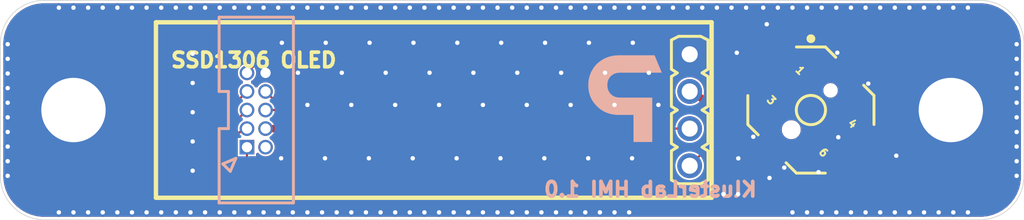
<source format=kicad_pcb>
(kicad_pcb (version 20211014) (generator pcbnew)
  (layers (0 "F.Cu" signal "Top Layer") (31 "B.Cu" signal "Bottom Layer") (34 "B.Paste" user "Bottom Paste") (35 "F.Paste" user "Top Paste") (36 "B.SilkS" user "Bottom Overlay") (37 "F.SilkS" user "Top Overlay") (38 "B.Mask" user "Bottom Solder") (39 "F.Mask" user "Top Solder") (44 "Edge.Cuts" user))
  (net 0 "")
  (net 1 "NetR5_2")
  (net 2 "NetR4_2")
  (net 3 "NetR3_2")
  (net 4 "NetR2_2")
  (net 5 "NetR1_2")
  (net 6 "VCC3V3")
  (net 7 "I2C_OLED_SDA")
  (net 8 "I2C_OLED_SCL")
  (net 9 "Button_U")
  (net 10 "Button_R")
  (net 11 "Button_L")
  (net 12 "Button_D")
  (net 13 "Button_C")
  (net 14 "GND")
  (footprint "Cap.PcbLib:CAP_0402_L" (layer "F.Cu") (at 163.193685 101.761809 45)
    (fp_text reference "C2" hide)
    (fp_text value "100nF 50V" hide)
  )
  (footprint "Vault:WE_61300411121" (layer "F.Cu") (at 160.6411 105.003601 -90)
    (fp_text reference "J2" hide)
    (fp_text value "WE / WR-PHD / 61300411121 / PinHeader / 1x4 Pin / RM2.54 / Top Entry / Male" hide)
  )
  (footprint "Cap.PcbLib:CAP_0402_L" (layer "F.Cu") (at 174.1011 108.803601 45)
    (fp_text reference "C3" hide)
    (fp_text value "100nF 50V" hide)
  )
  (footprint "Electro_Mech.PcbLib:9774050360R" (layer "F.Cu") (at 118.5011 105.003601)
    (fp_text reference "M2" hide)
    (fp_text value "9774050360R" hide)
  )
  (footprint "Cap.PcbLib:CAP_0402_L" (layer "F.Cu") (at 165.242658 99.812041 45)
    (fp_text reference "C1" hide)
    (fp_text value "100nF 50V" hide)
  )
  (footprint "Cap.PcbLib:CAP_0402_L" (layer "F.Cu") (at 164.130397 109.024281 45)
    (fp_text reference "C5" hide)
    (fp_text value "100nF 50V" hide)
  )
  (footprint "Res.PcbLib:RES_0402_L" (layer "F.Cu") (at 164.780406 109.674292 45)
    (fp_text reference "R5" hide)
    (fp_text value "1k 1%" hide)
  )
  (footprint "Cap.PcbLib:CAP_0402_L" (layer "F.Cu") (at 165.430397 110.324284 45)
    (fp_text reference "C4" hide)
    (fp_text value "100nF 50V" hide)
  )
  (footprint "Res.PcbLib:RES_0402_L" (layer "F.Cu") (at 173.4511 108.153601 45)
    (fp_text reference "R3" hide)
    (fp_text value "1k 1%" hide)
  )
  (footprint "Res.PcbLib:RES_0402_L" (layer "F.Cu") (at 163.8011 102.403601 45)
    (fp_text reference "R2" hide)
    (fp_text value "1k 1%" hide)
  )
  (footprint "Res.PcbLib:RES_0402_L" (layer "F.Cu") (at 165.9011 100.453601 45)
    (fp_text reference "R1" hide)
    (fp_text value "1k 1%" hide)
  )
  (footprint "Electro_Mech.PcbLib:AlpsAlpine_SKRHACE010" (layer "F.Cu") (at 168.9311 105.003601 -45)
    (fp_text reference "S1" hide)
    (fp_text value "AlpsAlpine SKRHACE010" hide)
  )
  (footprint "Res.PcbLib:RES_0402_L" (layer "F.Cu") (at 166.082534 110.966281 45)
    (fp_text reference "R4" hide)
    (fp_text value "1k 1%" hide)
  )
  (footprint "Electro_Mech.PcbLib:9774050360R" (layer "F.Cu") (at 178.5011 105.003601)
    (fp_text reference "M1" hide)
    (fp_text value "9774050360R" hide)
  )
  (footprint "Conn.PcbLib:62701021621" (layer "B.Cu") (at 131.0011 105.003601 -90)
    (fp_text reference "J1" hide)
    (fp_text value "Pinheader, 10 Pin, THT, Straight" hide)
  )
  (gr_poly (pts (xy 155.755422 101.265556) (xy 155.592276 101.265556) (xy 155.592276 101.272648) (xy 155.521341 101.272648) (xy 155.521341 101.27974) (xy 155.464592 101.27974) (xy 155.464592 101.286834) (xy 155.422035 101.286834) (xy 155.422035 101.293928) (xy 155.372378 101.293928) (xy 155.372378 101.301022) (xy 155.336914 101.301022) (xy 155.336914 101.308114) (xy 155.301446 101.308114) (xy 155.301446 101.315208) (xy 155.273071 101.315208) (xy 155.273071 101.322303) (xy 155.2447 101.322303) (xy 155.2447 101.329397) (xy 155.216325 101.329397) (xy 155.216325 101.336488) (xy 155.187953 101.336488) (xy 155.187953 101.34358) (xy 155.159579 101.34358) (xy 155.159579 101.350674) (xy 155.138299 101.350674) (xy 155.138299 101.357769) (xy 155.117016 101.357769) (xy 155.117016 101.364863) (xy 155.088644 101.364863) (xy 155.088644 101.371954) (xy 155.067364 101.371954) (xy 155.067364 101.379049) (xy 155.046084 101.379049) (xy 155.046084 101.38614) (xy 155.031898 101.38614) (xy 155.031898 101.393237) (xy 155.010618 101.393237) (xy 155.010618 101.400329) (xy 154.989338 101.400329) (xy 154.989338 101.407423) (xy 154.97515 101.407423) (xy 154.97515 101.414517) (xy 154.953872 101.414517) (xy 154.953872 101.421611) (xy 154.939684 101.421611) (xy 154.939684 101.428703) (xy 154.918404 101.428703) (xy 154.918404 101.435795) (xy 154.904218 101.435795) (xy 154.904218 101.442889) (xy 154.890029 101.442889) (xy 154.890029 101.449981) (xy 154.875843 101.449981) (xy 154.875843 101.457077) (xy 154.854566 101.457077) (xy 154.854566 101.464169) (xy 154.840377 101.464169) (xy 154.840377 101.471263) (xy 154.826191 101.471263) (xy 154.826191 101.478355) (xy 154.812003 101.478355) (xy 154.812003 101.485449) (xy 154.797817 101.485449) (xy 154.797817 101.492544) (xy 154.783629 101.492544) (xy 154.783629 101.499638) (xy 154.769443 101.499638) (xy 154.769443 101.506727) (xy 154.762351 101.506727) (xy 154.762351 101.513821) (xy 154.748163 101.513821) (xy 154.748163 101.520918) (xy 154.733977 101.520918) (xy 154.733977 101.52801) (xy 154.719788 101.52801) (xy 154.719788 101.535101) (xy 154.705602 101.535101) (xy 154.705602 101.542195) (xy 154.698511 101.542195) (xy 154.698511 101.549292) (xy 154.684322 101.549292) (xy 154.684322 101.556384) (xy 154.670136 101.556384) (xy 154.670136 101.563476) (xy 154.655948 101.563476) (xy 154.655948 101.57057) (xy 154.648856 101.57057) (xy 154.648856 101.577661) (xy 154.63467 101.577661) (xy 154.63467 101.584758) (xy 154.627574 101.584758) (xy 154.627574 101.59185) (xy 154.613388 101.59185) (xy 154.613388 101.598942) (xy 154.606296 101.598942) (xy 154.606296 101.606036) (xy 154.592107 101.606036) (xy 154.592107 101.613133) (xy 154.577922 101.613133) (xy 154.577922 101.620224) (xy 154.57083 101.620224) (xy 154.57083 101.627316) (xy 154.563733 101.627316) (xy 154.563733 101.63441) (xy 154.549547 101.63441) (xy 154.549547 101.641507) (xy 154.542456 101.641507) (xy 154.542456 101.648599) (xy 154.528267 101.648599) (xy 154.528267 101.65569) (xy 154.521175 101.65569) (xy 154.521175 101.662784) (xy 154.514081 101.662784) (xy 154.514081 101.669876) (xy 154.499893 101.669876) (xy 154.499893 101.676973) (xy 154.492801 101.676973) (xy 154.492801 101.684065) (xy 154.485707 101.684065) (xy 154.485707 101.691156) (xy 154.471518 101.691156) (xy 154.471518 101.69825) (xy 154.464427 101.69825) (xy 154.464427 101.705347) (xy 154.457333 101.705347) (xy 154.457333 101.712439) (xy 154.443147 101.712439) (xy 154.443147 101.719531) (xy 154.436052 101.719531) (xy 154.436052 101.726625) (xy 154.428961 101.726625) (xy 154.428961 101.733717) (xy 154.421869 101.733717) (xy 154.421869 101.740811) (xy 154.407678 101.740811) (xy 154.407678 101.747905) (xy 154.400586 101.747905) (xy 154.400586 101.754999) (xy 154.393495 101.754999) (xy 154.393495 101.762088) (xy 154.386401 101.762088) (xy 154.386401 101.769185) (xy 154.379306 101.769185) (xy 154.379306 101.776279) (xy 154.372212 101.776279) (xy 154.372212 101.783371) (xy 154.36512 101.783371) (xy 154.36512 101.790463) (xy 154.350934 101.790463) (xy 154.350934 101.797557) (xy 154.343838 101.797557) (xy 154.343838 101.804654) (xy 154.336746 101.804654) (xy 154.336746 101.811745) (xy 154.329654 101.811745) (xy 154.329654 101.818837) (xy 154.32256 101.818837) (xy 154.32256 101.825931) (xy 154.315463 101.825931) (xy 154.315463 101.833025) (xy 154.308372 101.833025) (xy 154.308372 101.84012) (xy 154.30128 101.84012) (xy 154.30128 101.847211) (xy 154.294186 101.847211) (xy 154.294186 101.854303) (xy 154.287092 101.854303) (xy 154.287092 101.8614) (xy 154.279997 101.8614) (xy 154.279997 101.868494) (xy 154.272906 101.868494) (xy 154.272906 101.875586) (xy 154.265814 101.875586) (xy 154.265814 101.882677) (xy 154.25872 101.882677) (xy 154.25872 101.889772) (xy 154.251623 101.889772) (xy 154.251623 101.896868) (xy 154.244531 101.896868) (xy 154.244531 101.90396) (xy 154.23744 101.90396) (xy 154.23744 101.911052) (xy 154.230345 101.911052) (xy 154.230345 101.918146) (xy 154.230345 101.92524) (xy 154.223251 101.92524) (xy 154.223251 101.932334) (xy 154.21616 101.932334) (xy 154.21616 101.939426) (xy 154.209065 101.939426) (xy 154.209065 101.946518) (xy 154.201971 101.946518) (xy 154.201971 101.953612) (xy 154.194879 101.953612) (xy 154.194879 101.960709) (xy 154.187785 101.960709) (xy 154.187785 101.9678) (xy 154.180691 101.9678) (xy 154.180691 101.974892) (xy 154.173599 101.974892) (xy 154.173599 101.981986) (xy 154.173599 101.989083) (xy 154.166508 101.989083) (xy 154.166508 101.996172) (xy 154.159411 101.996172) (xy 154.159411 102.003266) (xy 154.152317 102.003266) (xy 154.152317 102.010361) (xy 154.145225 102.010361) (xy 154.145225 102.01745) (xy 154.145225 102.024547) (xy 154.138133 102.024547) (xy 154.138133 102.031641) (xy 154.131039 102.031641) (xy 154.131039 102.038732) (xy 154.123945 102.038732) (xy 154.123945 102.045824) (xy 154.116851 102.045824) (xy 154.116851 102.052918) (xy 154.116851 102.060015) (xy 154.109759 102.060015) (xy 154.109759 102.067107) (xy 154.102667 102.067107) (xy 154.102667 102.074198) (xy 154.095571 102.074198) (xy 154.095571 102.081293) (xy 154.095571 102.088387) (xy 154.088476 102.088387) (xy 154.088476 102.095481) (xy 154.081385 102.095481) (xy 154.081385 102.102575) (xy 154.081385 102.109664) (xy 154.074293 102.109664) (xy 154.074293 102.116761) (xy 154.067199 102.116761) (xy 154.067199 102.123855) (xy 154.060104 102.123855) (xy 154.060104 102.130947) (xy 154.060104 102.138039) (xy 154.05301 102.138039) (xy 154.05301 102.145133) (xy 154.045919 102.145133) (xy 154.045919 102.152227) (xy 154.045919 102.159321) (xy 154.038824 102.159321) (xy 154.038824 102.166413) (xy 154.03173 102.166413) (xy 154.03173 102.173507) (xy 154.03173 102.180601) (xy 154.024636 102.180601) (xy 154.024636 102.187696) (xy 154.017544 102.187696) (xy 154.017544 102.194787) (xy 154.017544 102.201879) (xy 154.010453 102.201879) (xy 154.010453 102.208976) (xy 154.010453 102.21607) (xy 154.003356 102.21607) (xy 154.003356 102.223162) (xy 153.996264 102.223162) (xy 153.996264 102.230253) (xy 153.996264 102.237348) (xy 153.989172 102.237348) (xy 153.989172 102.244442) (xy 153.989172 102.251534) (xy 153.982078 102.251534) (xy 153.982078 102.258628) (xy 153.974984 102.258628) (xy 153.974984 102.265722) (xy 153.974984 102.272816) (xy 153.96789 102.272816) (xy 153.96789 102.279908) (xy 153.96789 102.287002) (xy 153.960798 102.287002) (xy 153.960798 102.294094) (xy 153.960798 102.301191) (xy 153.953704 102.301191) (xy 153.953704 102.30828) (xy 153.94661 102.30828) (xy 153.94661 102.315374) (xy 153.94661 102.322468) (xy 153.939515 102.322468) (xy 153.939515 102.329562) (xy 153.939515 102.336657) (xy 153.932424 102.336657) (xy 153.932424 102.343748) (xy 153.932424 102.350843) (xy 153.92533 102.350843) (xy 153.92533 102.357934) (xy 153.92533 102.365031) (xy 153.918238 102.365031) (xy 153.918238 102.372123) (xy 153.918238 102.379214) (xy 153.911146 102.379214) (xy 153.911146 102.386309) (xy 153.911146 102.3934) (xy 153.904049 102.3934) (xy 153.904049 102.400494) (xy 153.904049 102.407589) (xy 153.896958 102.407589) (xy 153.896958 102.414683) (xy 153.896958 102.421775) (xy 153.889864 102.421775) (xy 153.889864 102.428869) (xy 153.889864 102.435963) (xy 153.889864 102.443057) (xy 153.882772 102.443057) (xy 153.882772 102.450149) (xy 153.882772 102.457241) (xy 153.875678 102.457241) (xy 153.875678 102.464337) (xy 153.875678 102.471429) (xy 153.868583 102.471429) (xy 153.868583 102.478521) (xy 153.868583 102.485615) (xy 153.861489 102.485615) (xy 153.861489 102.492709) (xy 153.861489 102.499803) (xy 153.861489 102.506895) (xy 153.854395 102.506895) (xy 153.854395 102.513989) (xy 153.854395 102.521083) (xy 153.847306 102.521083) (xy 153.847306 102.528178) (xy 153.847306 102.535269) (xy 153.847306 102.542361) (xy 153.840209 102.542361) (xy 153.840209 102.549455) (xy 153.840209 102.556552) (xy 153.833117 102.556552) (xy 153.833117 102.563644) (xy 153.833117 102.570735) (xy 153.833117 102.57783) (xy 153.826023 102.57783) (xy 153.826023 102.584924) (xy 153.826023 102.592018) (xy 153.826023 102.59911) (xy 153.818931 102.59911) (xy 153.818931 102.606201) (xy 153.818931 102.613296) (xy 153.818931 102.620392) (xy 153.811837 102.620392) (xy 153.811837 102.627484) (xy 153.811837 102.634576) (xy 153.811837 102.64167) (xy 153.804743 102.64167) (xy 153.804743 102.648764) (xy 153.804743 102.655856) (xy 153.804743 102.66295) (xy 153.797649 102.66295) (xy 153.797649 102.670044) (xy 153.797649 102.677136) (xy 153.797649 102.68423) (xy 153.790557 102.68423) (xy 153.790557 102.691324) (xy 153.790557 102.698416) (xy 153.790557 102.705508) (xy 153.790557 102.712605) (xy 153.783463 102.712605) (xy 153.783463 102.719699) (xy 153.783463 102.72679) (xy 153.783463 102.733882) (xy 153.776369 102.733882) (xy 153.776369 102.740976) (xy 153.776369 102.748071) (xy 153.776369 102.755165) (xy 153.776369 102.762256) (xy 153.769277 102.762256) (xy 153.769277 102.769348) (xy 153.769277 102.776445) (xy 153.769277 102.783539) (xy 153.769277 102.790631) (xy 153.762185 102.790631) (xy 153.762185 102.797723) (xy 153.762185 102.804819) (xy 153.762185 102.811913) (xy 153.762185 102.819005) (xy 153.755091 102.819005) (xy 153.755091 102.826097) (xy 153.755091 102.833191) (xy 153.755091 102.840285) (xy 153.755091 102.84738) (xy 153.755091 102.854471) (xy 153.747994 102.854471) (xy 153.747994 102.861563) (xy 153.747994 102.86866) (xy 153.747994 102.875754) (xy 153.747994 102.882846) (xy 153.747994 102.889937) (xy 153.740903 102.889937) (xy 153.740903 102.897031) (xy 153.740903 102.904126) (xy 153.740903 102.911217) (xy 153.740903 102.918312) (xy 153.740903 102.925403) (xy 153.740903 102.9325) (xy 153.733811 102.9325) (xy 153.733811 102.939592) (xy 153.733811 102.946686) (xy 153.733811 102.953778) (xy 153.733811 102.960869) (xy 153.733811 102.967966) (xy 153.733811 102.97506) (xy 153.726717 102.97506) (xy 153.726717 102.982152) (xy 153.726717 102.989246) (xy 153.726717 102.99634) (xy 153.726717 103.003432) (xy 153.726717 103.010526) (xy 153.726717 103.017618) (xy 153.726717 103.024715) (xy 153.719623 103.024715) (xy 153.719623 103.031806) (xy 153.719623 103.038901) (xy 153.719623 103.045992) (xy 153.719623 103.053084) (xy 153.719623 103.060181) (xy 153.719623 103.067272) (xy 153.719623 103.074367) (xy 153.719623 103.081458) (xy 153.719623 103.088555) (xy 153.719623 103.095647) (xy 153.712528 103.095647) (xy 153.712528 103.102741) (xy 153.712528 103.109833) (xy 153.712528 103.116924) (xy 153.712528 103.124021) (xy 153.712528 103.131115) (xy 153.712528 103.138207) (xy 153.712528 103.145299) (xy 153.712528 103.152395) (xy 153.712528 103.159487) (xy 153.712528 103.166579) (xy 153.712528 103.173673) (xy 153.712528 103.180765) (xy 153.712528 103.187861) (xy 153.712528 103.194953) (xy 153.712528 103.202047) (xy 153.712528 103.209139) (xy 153.712528 103.216236) (xy 153.712528 103.223327) (xy 153.705437 103.223327) (xy 153.705437 103.230422) (xy 153.705437 103.237513) (xy 153.705437 103.24461) (xy 153.705437 103.251702) (xy 153.705437 103.258793) (xy 153.705437 103.265888) (xy 153.705437 103.272979) (xy 153.705437 103.280076) (xy 153.705437 103.287168) (xy 153.705437 103.294262) (xy 153.705437 103.301354) (xy 153.705437 103.30845) (xy 153.705437 103.315542) (xy 153.705437 103.322634) (xy 153.705437 103.329728) (xy 153.705437 103.33682) (xy 153.705437 103.343914) (xy 153.705437 103.351008) (xy 153.705437 103.358102) (xy 153.705437 103.365194) (xy 153.705437 103.372288) (xy 153.705437 103.379383) (xy 153.712528 103.379383) (xy 153.712528 103.386477) (xy 153.712528 103.393568) (xy 153.712528 103.40066) (xy 153.712528 103.407757) (xy 153.712528 103.414849) (xy 153.712528 103.42194) (xy 153.712528 103.429034) (xy 153.712528 103.436129) (xy 153.712528 103.443223) (xy 153.712528 103.450317) (xy 153.712528 103.457409) (xy 153.712528 103.464503) (xy 153.712528 103.471597) (xy 153.712528 103.478691) (xy 153.712528 103.485783) (xy 153.712528 103.492875) (xy 153.712528 103.499969) (xy 153.712528 103.507063) (xy 153.712528 103.514155) (xy 153.719623 103.514155) (xy 153.719623 103.521249) (xy 153.719623 103.528343) (xy 153.719623 103.535438) (xy 153.719623 103.542529) (xy 153.719623 103.549623) (xy 153.719623 103.556715) (xy 153.719623 103.563809) (xy 153.719623 103.570901) (xy 153.719623 103.577995) (xy 153.726717 103.577995) (xy 153.726717 103.585089) (xy 153.726717 103.592184) (xy 153.726717 103.599275) (xy 153.726717 103.60637) (xy 153.726717 103.613464) (xy 153.726717 103.620556) (xy 153.726717 103.62765) (xy 153.726717 103.634744) (xy 153.733811 103.634744) (xy 153.733811 103.641838) (xy 153.733811 103.64893) (xy 153.733811 103.656024) (xy 153.733811 103.663116) (xy 153.733811 103.67021) (xy 153.733811 103.677304) (xy 153.740903 103.677304) (xy 153.740903 103.684398) (xy 153.740903 103.69149) (xy 153.740903 103.698584) (xy 153.740903 103.705679) (xy 153.740903 103.71277) (xy 153.740903 103.719864) (xy 153.747994 103.719864) (xy 153.747994 103.726956) (xy 153.747994 103.734053) (xy 153.747994 103.741145) (xy 153.747994 103.748239) (xy 153.747994 103.75533) (xy 153.755091 103.75533) (xy 153.755091 103.762425) (xy 153.755091 103.769516) (xy 153.755091 103.776611) (xy 153.755091 103.783705) (xy 153.755091 103.790799) (xy 153.762185 103.790799) (xy 153.762185 103.797888) (xy 153.762185 103.804985) (xy 153.762185 103.812079) (xy 153.762185 103.819171) (xy 153.769277 103.819171) (xy 153.769277 103.826262) (xy 153.769277 103.833357) (xy 153.769277 103.840451) (xy 153.769277 103.847545) (xy 153.776369 103.847545) (xy 153.776369 103.854637) (xy 153.776369 103.861731) (xy 153.776369 103.868825) (xy 153.776369 103.875919) (xy 153.783463 103.875919) (xy 153.783463 103.883011) (xy 153.783463 103.890103) (xy 153.783463 103.8972) (xy 153.790557 103.8972) (xy 153.790557 103.904294) (xy 153.790557 103.911386) (xy 153.790557 103.918477) (xy 153.790557 103.925571) (xy 153.797649 103.925571) (xy 153.797649 103.932666) (xy 153.797649 103.93976) (xy 153.797649 103.946852) (xy 153.804743 103.946852) (xy 153.804743 103.953946) (xy 153.804743 103.96104) (xy 153.804743 103.968134) (xy 153.811837 103.968134) (xy 153.811837 103.975226) (xy 153.811837 103.982318) (xy 153.811837 103.989414) (xy 153.818931 103.989414) (xy 153.818931 103.996506) (xy 153.818931 104.003601) (xy 153.818931 104.010692) (xy 153.826023 104.010692) (xy 153.826023 104.017786) (xy 153.826023 104.024878) (xy 153.826023 104.031972) (xy 153.833117 104.031972) (xy 153.833117 104.039066) (xy 153.833117 104.04616) (xy 153.833117 104.05325) (xy 153.840209 104.05325) (xy 153.840209 104.060346) (xy 153.840209 104.067441) (xy 153.847306 104.067441) (xy 153.847306 104.074532) (xy 153.847306 104.081624) (xy 153.847306 104.088718) (xy 153.854395 104.088718) (xy 153.854395 104.095815) (xy 153.854395 104.102907) (xy 153.861489 104.102907) (xy 153.861489 104.109998) (xy 153.861489 104.117092) (xy 153.861489 104.124187) (xy 153.868583 104.124187) (xy 153.868583 104.131281) (xy 153.868583 104.138375) (xy 153.875678 104.138375) (xy 153.875678 104.145464) (xy 153.875678 104.152561) (xy 153.882772 104.152561) (xy 153.882772 104.159655) (xy 153.882772 104.166747) (xy 153.889864 104.166747) (xy 153.889864 104.173839) (xy 153.889864 104.180933) (xy 153.889864 104.18803) (xy 153.896958 104.18803) (xy 153.896958 104.195121) (xy 153.896958 104.202213) (xy 153.904049 104.202213) (xy 153.904049 104.209307) (xy 153.904049 104.216401) (xy 153.911146 104.216401) (xy 153.911146 104.223496) (xy 153.911146 104.230587) (xy 153.918238 104.230587) (xy 153.918238 104.237679) (xy 153.918238 104.244773) (xy 153.92533 104.244773) (xy 153.92533 104.25187) (xy 153.92533 104.258962) (xy 153.932424 104.258962) (xy 153.932424 104.266053) (xy 153.932424 104.273148) (xy 153.939515 104.273148) (xy 153.939515 104.280239) (xy 153.94661 104.280239) (xy 153.94661 104.287333) (xy 153.94661 104.294428) (xy 153.953704 104.294428) (xy 153.953704 104.301522) (xy 153.953704 104.308611) (xy 153.960798 104.308611) (xy 153.960798 104.315708) (xy 153.960798 104.322802) (xy 153.96789 104.322802) (xy 153.96789 104.329894) (xy 153.96789 104.336985) (xy 153.974984 104.336985) (xy 153.974984 104.344082) (xy 153.982078 104.344082) (xy 153.982078 104.351176) (xy 153.982078 104.358268) (xy 153.989172 104.358268) (xy 153.989172 104.365362) (xy 153.989172 104.372454) (xy 153.996264 104.372454) (xy 153.996264 104.379548) (xy 154.003356 104.379548) (xy 154.003356 104.386642) (xy 154.003356 104.393737) (xy 154.010453 104.393737) (xy 154.010453 104.400826) (xy 154.017544 104.400826) (xy 154.017544 104.407922) (xy 154.017544 104.415017) (xy 154.024636 104.415017) (xy 154.024636 104.422108) (xy 154.03173 104.422108) (xy 154.03173 104.4292) (xy 154.03173 104.436294) (xy 154.038824 104.436294) (xy 154.038824 104.443391) (xy 154.045919 104.443391) (xy 154.045919 104.450483) (xy 154.045919 104.457574) (xy 154.05301 104.457574) (xy 154.05301 104.464669) (xy 154.060104 104.464669) (xy 154.060104 104.471763) (xy 154.060104 104.478857) (xy 154.067199 104.478857) (xy 154.067199 104.485949) (xy 154.074293 104.485949) (xy 154.074293 104.49304) (xy 154.081385 104.49304) (xy 154.081385 104.500135) (xy 154.081385 104.507231) (xy 154.088476 104.507231) (xy 154.088476 104.514323) (xy 154.095571 104.514323) (xy 154.095571 104.521415) (xy 154.102667 104.521415) (xy 154.102667 104.528509) (xy 154.102667 104.535606) (xy 154.109759 104.535606) (xy 154.109759 104.542695) (xy 154.116851 104.542695) (xy 154.116851 104.549789) (xy 154.123945 104.549789) (xy 154.123945 104.556883) (xy 154.123945 104.563972) (xy 154.131039 104.563972) (xy 154.131039 104.571069) (xy 154.138133 104.571069) (xy 154.138133 104.578163) (xy 154.145225 104.578163) (xy 154.145225 104.585255) (xy 154.152317 104.585255) (xy 154.152317 104.592349) (xy 154.159411 104.592349) (xy 154.159411 104.599446) (xy 154.159411 104.606538) (xy 154.166508 104.606538) (xy 154.166508 104.613629) (xy 154.173599 104.613629) (xy 154.173599 104.620724) (xy 154.180691 104.620724) (xy 154.180691 104.62782) (xy 154.187785 104.62782) (xy 154.187785 104.63491) (xy 154.194879 104.63491) (xy 154.194879 104.642004) (xy 154.201971 104.642004) (xy 154.201971 104.649098) (xy 154.209065 104.649098) (xy 154.209065 104.656187) (xy 154.209065 104.663284) (xy 154.21616 104.663284) (xy 154.21616 104.670378) (xy 154.223251 104.670378) (xy 154.223251 104.67747) (xy 154.230345 104.67747) (xy 154.230345 104.684562) (xy 154.23744 104.684562) (xy 154.23744 104.691656) (xy 154.244531 104.691656) (xy 154.244531 104.698752) (xy 154.251623 104.698752) (xy 154.251623 104.705844) (xy 154.25872 104.705844) (xy 154.25872 104.712936) (xy 154.265814 104.712936) (xy 154.265814 104.72003) (xy 154.272906 104.72003) (xy 154.272906 104.727124) (xy 154.279997 104.727124) (xy 154.279997 104.734219) (xy 154.287092 104.734219) (xy 154.287092 104.74131) (xy 154.294186 104.74131) (xy 154.294186 104.748402) (xy 154.30128 104.748402) (xy 154.30128 104.755499) (xy 154.308372 104.755499) (xy 154.308372 104.762593) (xy 154.315463 104.762593) (xy 154.315463 104.769685) (xy 154.32256 104.769685) (xy 154.32256 104.776776) (xy 154.329654 104.776776) (xy 154.329654 104.78387) (xy 154.336746 104.78387) (xy 154.336746 104.790967) (xy 154.343838 104.790967) (xy 154.343838 104.798056) (xy 154.350934 104.798056) (xy 154.350934 104.805151) (xy 154.358029 104.805151) (xy 154.358029 104.812245) (xy 154.372212 104.812245) (xy 154.372212 104.819339) (xy 154.379306 104.819339) (xy 154.379306 104.826433) (xy 154.386401 104.826433) (xy 154.386401 104.833525) (xy 154.393495 104.833525) (xy 154.393495 104.840617) (xy 154.400586 104.840617) (xy 154.400586 104.847713) (xy 154.407678 104.847713) (xy 154.407678 104.854808) (xy 154.414775 104.854808) (xy 154.414775 104.861899) (xy 154.428961 104.861899) (xy 154.428961 104.868991) (xy 154.436052 104.868991) (xy 154.436052 104.876085) (xy 154.443147 104.876085) (xy 154.443147 104.883179) (xy 154.450241 104.883179) (xy 154.450241 104.890271) (xy 154.464427 104.890271) (xy 154.464427 104.897365) (xy 154.471518 104.897365) (xy 154.471518 104.904459) (xy 154.478615 104.904459) (xy 154.478615 104.911554) (xy 154.485707 104.911554) (xy 154.485707 104.918645) (xy 154.499893 104.918645) (xy 154.499893 104.92574) (xy 154.506984 104.92574) (xy 154.506984 104.932831) (xy 154.514081 104.932831) (xy 154.514081 104.939923) (xy 154.528267 104.939923) (xy 154.528267 104.947017) (xy 154.535361 104.947017) (xy 154.535361 104.954114) (xy 154.542456 104.954114) (xy 154.542456 104.961206) (xy 154.556641 104.961206) (xy 154.556641 104.968297) (xy 154.563733 104.968297) (xy 154.563733 104.975392) (xy 154.577922 104.975392) (xy 154.577922 104.982486) (xy 154.585016 104.982486) (xy 154.585016 104.98958) (xy 154.599199 104.98958) (xy 154.599199 104.996672) (xy 154.606296 104.996672) (xy 154.606296 105.003763) (xy 154.620482 105.003763) (xy 154.620482 105.01086) (xy 154.627574 105.01086) (xy 154.627574 105.017954) (xy 154.641762 105.017954) (xy 154.641762 105.025046) (xy 154.648856 105.025046) (xy 154.648856 105.032138) (xy 154.66304 105.032138) (xy 154.66304 105.039232) (xy 154.677231 105.039232) (xy 154.677231 105.046326) (xy 154.684322 105.046326) (xy 154.684322 105.05342) (xy 154.698511 105.05342) (xy 154.698511 105.060512) (xy 154.712694 105.060512) (xy 154.712694 105.067606) (xy 154.719788 105.067606) (xy 154.719788 105.0747) (xy 154.733977 105.0747) (xy 154.733977 105.081795) (xy 154.748163 105.081795) (xy 154.748163 105.088886) (xy 154.762351 105.088886) (xy 154.762351 105.095978) (xy 154.776537 105.095978) (xy 154.776537 105.103075) (xy 154.790725 105.103075) (xy 154.790725 105.110166) (xy 154.804909 105.110166) (xy 154.804909 105.117261) (xy 154.819095 105.117261) (xy 154.819095 105.124352) (xy 154.833283 105.124352) (xy 154.833283 105.131447) (xy 154.847469 105.131447) (xy 154.847469 105.138541) (xy 154.861657 105.138541) (xy 154.861657 105.145632) (xy 154.875843 105.145632) (xy 154.875843 105.152727) (xy 154.890029 105.152727) (xy 154.890029 105.159821) (xy 154.904218 105.159821) (xy 154.904218 105.166915) (xy 154.925498 105.166915) (xy 154.925498 105.174007) (xy 154.939684 105.174007) (xy 154.939684 105.181101) (xy 154.960964 105.181101) (xy 154.960964 105.188193) (xy 154.97515 105.188193) (xy 154.97515 105.195287) (xy 154.996432 105.195287) (xy 154.996432 105.202379) (xy 155.010618 105.202379) (xy 155.010618 105.209473) (xy 155.031898 105.209473) (xy 155.031898 105.216567) (xy 155.053178 105.216567) (xy 155.053178 105.223659) (xy 155.074459 105.223659) (xy 155.074459 105.230753) (xy 155.095739 105.230753) (xy 155.095739 105.237847) (xy 155.117016 105.237847) (xy 155.117016 105.244941) (xy 155.138299 105.244941) (xy 155.138299 105.252033) (xy 155.166671 105.252033) (xy 155.166671 105.259127) (xy 155.195045 105.259127) (xy 155.195045 105.266222) (xy 155.216325 105.266222) (xy 155.216325 105.273313) (xy 155.2447 105.273313) (xy 155.2447 105.280407) (xy 155.280168 105.280407) (xy 155.280168 105.287502) (xy 155.315632 105.287502) (xy 155.315632 105.294593) (xy 155.3511 105.294593) (xy 155.3511 105.301688) (xy 155.386566 105.301688) (xy 155.386566 105.308782) (xy 155.436218 105.308782) (xy 155.436218 105.315873) (xy 155.485875 105.315873) (xy 155.485875 105.322968) (xy 155.549715 105.322968) (xy 155.549715 105.330062) (xy 155.634833 105.330062) (xy 155.634833 105.337154) (xy 156.798148 105.337154) (xy 156.798148 105.344248) (xy 156.798148 105.351342) (xy 156.798148 105.358436) (xy 156.798148 105.365528) (xy 156.798148 105.37262) (xy 156.798148 105.379714) (xy 156.798148 105.386808) (xy 156.798148 105.393902) (xy 156.798148 105.400994) (xy 156.798148 105.408088) (xy 156.798148 105.415182) (xy 156.798148 105.422277) (xy 156.798148 105.429368) (xy 156.798148 105.43646) (xy 156.798148 105.443554) (xy 156.798148 105.450648) (xy 156.798148 105.45774) (xy 156.798148 105.464834) (xy 156.798148 105.471928) (xy 156.798148 105.479023) (xy 156.798148 105.486114) (xy 156.798148 105.493209) (xy 156.798148 105.5003) (xy 156.798148 105.507397) (xy 156.798148 105.514491) (xy 156.798148 105.521583) (xy 156.798148 105.528675) (xy 156.798148 105.535769) (xy 156.798148 105.542863) (xy 156.798148 105.549955) (xy 156.798148 105.557049) (xy 156.798148 105.564141) (xy 156.798148 105.571237) (xy 156.798148 105.578329) (xy 156.798148 105.585423) (xy 156.798148 105.592515) (xy 156.798148 105.599607) (xy 156.798148 105.606703) (xy 156.798148 105.613798) (xy 156.798148 105.620889) (xy 156.798148 105.627981) (xy 156.798148 105.635078) (xy 156.798148 105.642169) (xy 156.798148 105.649264) (xy 156.798148 105.656355) (xy 156.798148 105.663447) (xy 156.798148 105.670544) (xy 156.798148 105.677638) (xy 156.798148 105.68473) (xy 156.798148 105.691821) (xy 156.798148 105.698918) (xy 156.798148 105.70601) (xy 156.798148 105.713101) (xy 156.798148 105.720196) (xy 156.798148 105.727292) (xy 156.798148 105.734384) (xy 156.798148 105.741478) (xy 156.798148 105.74857) (xy 156.798148 105.755662) (xy 156.798148 105.762758) (xy 156.798148 105.769853) (xy 156.798148 105.776944) (xy 156.798148 105.784036) (xy 156.798148 105.791133) (xy 156.798148 105.798225) (xy 156.798148 105.805316) (xy 156.798148 105.81241) (xy 156.798148 105.819502) (xy 156.798148 105.826599) (xy 156.798148 105.833691) (xy 156.798148 105.840785) (xy 156.798148 105.847876) (xy 156.798148 105.854973) (xy 156.798148 105.862065) (xy 156.798148 105.869159) (xy 156.798148 105.876251) (xy 156.798148 105.883342) (xy 156.798148 105.890439) (xy 156.798148 105.897531) (xy 156.798148 105.904625) (xy 156.798148 105.911717) (xy 156.798148 105.918814) (xy 156.798148 105.925905) (xy 156.798148 105.932999) (xy 156.798148 105.940091) (xy 156.798148 105.947185) (xy 156.798148 105.95428) (xy 156.798148 105.961371) (xy 156.798148 105.968465) (xy 156.798148 105.975557) (xy 156.798148 105.982654) (xy 156.798148 105.989746) (xy 156.798148 105.99684) (xy 156.798148 106.003931) (xy 156.798148 106.011026) (xy 156.798148 106.01812) (xy 156.798148 106.025214) (xy 156.798148 106.032306) (xy 156.798148 106.039398) (xy 156.798148 106.046494) (xy 156.798148 106.053586) (xy 156.798148 106.060678) (xy 156.798148 106.067772) (xy 156.798148 106.074866) (xy 156.798148 106.08196) (xy 156.798148 106.089052) (xy 156.798148 106.096146) (xy 156.798148 106.103238) (xy 156.798148 106.110335) (xy 156.798148 106.117426) (xy 156.798148 106.124521) (xy 156.798148 106.131612) (xy 156.798148 106.138706) (xy 156.798148 106.145801) (xy 156.798148 106.152892) (xy 156.798148 106.159987) (xy 156.798148 106.167081) (xy 156.798148 106.174175) (xy 156.798148 106.181267) (xy 156.798148 106.188361) (xy 156.798148 106.195453) (xy 156.798148 106.202549) (xy 156.798148 106.209641) (xy 156.798148 106.216733) (xy 156.798148 106.223827) (xy 156.798148 106.230921) (xy 156.798148 106.238013) (xy 156.798148 106.245107) (xy 156.798148 106.252201) (xy 156.798148 106.259293) (xy 156.798148 106.266387) (xy 156.798148 106.273481) (xy 156.798148 106.280576) (xy 156.798148 106.287667) (xy 156.798148 106.294761) (xy 156.798148 106.301853) (xy 156.798148 106.308947) (xy 156.798148 106.316039) (xy 156.798148 106.323133) (xy 156.798148 106.330228) (xy 156.798148 106.337322) (xy 156.798148 106.344413) (xy 156.798148 106.351508) (xy 156.798148 106.358601) (xy 156.798148 106.365696) (xy 156.798148 106.372788) (xy 156.798148 106.379879) (xy 156.798148 106.386974) (xy 156.798148 106.394068) (xy 156.798148 106.401162) (xy 156.798148 106.408254) (xy 156.798148 106.415348) (xy 156.798148 106.422442) (xy 156.798148 106.429536) (xy 156.798148 106.436628) (xy 156.798148 106.443722) (xy 156.798148 106.450817) (xy 156.798148 106.457908) (xy 156.798148 106.465) (xy 156.798148 106.472094) (xy 156.798148 106.479188) (xy 156.798148 106.486283) (xy 156.798148 106.493374) (xy 156.798148 106.500468) (xy 156.798148 106.507563) (xy 156.798148 106.514657) (xy 156.798148 106.521749) (xy 156.798148 106.52884) (xy 156.798148 106.535937) (xy 156.798148 106.543029) (xy 156.798148 106.550123) (xy 156.798148 106.557215) (xy 156.798148 106.564309) (xy 156.798148 106.571401) (xy 156.798148 106.578497) (xy 156.798148 106.585589) (xy 156.798148 106.592683) (xy 156.798148 106.599775) (xy 156.798148 106.606869) (xy 156.798148 106.613963) (xy 156.798148 106.621055) (xy 156.798148 106.628152) (xy 156.798148 106.635241) (xy 156.798148 106.642338) (xy 156.798148 106.649429) (xy 156.798148 106.656524) (xy 156.798148 106.663615) (xy 156.798148 106.670709) (xy 156.798148 106.677804) (xy 156.798148 106.684898) (xy 156.798148 106.691987) (xy 156.798148 106.699084) (xy 156.798148 106.706178) (xy 156.798148 106.71327) (xy 156.798148 106.720361) (xy 156.798148 106.727456) (xy 156.798148 106.734552) (xy 156.798148 106.741644) (xy 156.798148 106.748736) (xy 156.798148 106.75583) (xy 156.798148 106.762924) (xy 156.798148 106.770018) (xy 156.798148 106.77711) (xy 156.798148 106.784202) (xy 156.798148 106.791298) (xy 156.798148 106.798393) (xy 156.798148 106.805484) (xy 156.798148 106.812576) (xy 156.798148 106.81967) (xy 156.798148 106.826762) (xy 156.798148 106.833859) (xy 156.798148 106.84095) (xy 156.798148 106.848045) (xy 156.798148 106.855139) (xy 156.798148 106.862233) (xy 156.798148 106.869325) (xy 156.798148 106.876416) (xy 156.798148 106.883513) (xy 156.798148 106.890607) (xy 156.798148 106.897699) (xy 156.798148 106.904791) (xy 156.798148 106.911885) (xy 156.798148 106.918977) (xy 156.798148 106.926071) (xy 156.798148 106.933165) (xy 156.798148 106.940259) (xy 156.798148 106.947348) (xy 156.798148 106.954445) (xy 156.798148 106.961539) (xy 156.798148 106.968631) (xy 156.798148 106.975723) (xy 156.798148 106.982817) (xy 156.798148 106.989914) (xy 156.798148 106.997005) (xy 156.798148 107.004097) (xy 156.798148 107.011191) (xy 156.798148 107.018286) (xy 156.798148 107.02538) (xy 156.798148 107.032471) (xy 156.798148 107.039563) (xy 156.798148 107.04666) (xy 156.798148 107.053754) (xy 156.798148 107.060846) (xy 156.798148 107.067937) (xy 156.798148 107.075032) (xy 156.798148 107.082128) (xy 156.798148 107.08922) (xy 156.798148 107.096312) (xy 156.798148 107.103406) (xy 156.798148 107.1105) (xy 156.798148 107.117594) (xy 156.798148 107.124686) (xy 156.798148 107.131778) (xy 156.798148 107.138872) (xy 156.798148 107.145969) (xy 156.798148 107.153061) (xy 156.798148 107.160152) (xy 156.798148 107.167246) (xy 156.798148 107.174343) (xy 156.798148 107.181432) (xy 156.798148 107.188527) (xy 158.082052 107.188527) (xy 158.082052 107.181432) (xy 158.082052 107.174343) (xy 158.082052 107.167246) (xy 158.082052 107.160152) (xy 158.082052 107.153061) (xy 158.082052 107.145969) (xy 158.082052 107.138872) (xy 158.082052 107.131778) (xy 158.082052 107.124686) (xy 158.082052 107.117594) (xy 158.082052 107.1105) (xy 158.082052 107.103406) (xy 158.082052 107.096312) (xy 158.082052 107.08922) (xy 158.082052 107.082128) (xy 158.082052 107.075032) (xy 158.082052 107.067937) (xy 158.082052 107.060846) (xy 158.082052 107.053754) (xy 158.082052 107.04666) (xy 158.082052 107.039563) (xy 158.082052 107.032471) (xy 158.082052 107.02538) (xy 158.082052 107.018286) (xy 158.082052 107.011191) (xy 158.082052 107.004097) (xy 158.082052 106.997005) (xy 158.082052 106.989914) (xy 158.082052 106.982817) (xy 158.082052 106.975723) (xy 158.082052 106.968631) (xy 158.082052 106.961539) (xy 158.082052 106.954445) (xy 158.082052 106.947348) (xy 158.082052 106.940259) (xy 158.082052 106.933165) (xy 158.082052 106.926071) (xy 158.082052 106.918977) (xy 158.082052 106.911885) (xy 158.082052 106.904791) (xy 158.082052 106.897699) (xy 158.082052 106.890607) (xy 158.082052 106.883513) (xy 158.082052 106.876416) (xy 158.082052 106.869325) (xy 158.082052 106.862233) (xy 158.082052 106.855139) (xy 158.082052 106.848045) (xy 158.082052 106.84095) (xy 158.082052 106.833859) (xy 158.082052 106.826762) (xy 158.082052 106.81967) (xy 158.082052 106.812576) (xy 158.082052 106.805484) (xy 158.082052 106.798393) (xy 158.082052 106.791298) (xy 158.082052 106.784202) (xy 158.082052 106.77711) (xy 158.082052 106.770018) (xy 158.082052 106.762924) (xy 158.082052 106.75583) (xy 158.082052 106.748736) (xy 158.082052 106.741644) (xy 158.082052 106.734552) (xy 158.082052 106.727456) (xy 158.082052 106.720361) (xy 158.082052 106.71327) (xy 158.082052 106.706178) (xy 158.082052 106.699084) (xy 158.082052 106.691987) (xy 158.082052 106.684898) (xy 158.082052 106.677804) (xy 158.082052 106.670709) (xy 158.082052 106.663615) (xy 158.082052 106.656524) (xy 158.082052 106.649429) (xy 158.082052 106.642338) (xy 158.082052 106.635241) (xy 158.082052 106.628152) (xy 158.082052 106.621055) (xy 158.082052 106.613963) (xy 158.082052 106.606869) (xy 158.082052 106.599775) (xy 158.082052 106.592683) (xy 158.082052 106.585589) (xy 158.082052 106.578497) (xy 158.082052 106.571401) (xy 158.082052 106.564309) (xy 158.082052 106.557215) (xy 158.082052 106.550123) (xy 158.082052 106.543029) (xy 158.082052 106.535937) (xy 158.082052 106.52884) (xy 158.082052 106.521749) (xy 158.082052 106.514657) (xy 158.082052 106.507563) (xy 158.082052 106.500468) (xy 158.082052 106.493374) (xy 158.082052 106.486283) (xy 158.082052 106.479188) (xy 158.082052 106.472094) (xy 158.082052 106.465) (xy 158.082052 106.457908) (xy 158.082052 106.450817) (xy 158.082052 106.443722) (xy 158.082052 106.436628) (xy 158.082052 106.429536) (xy 158.082052 106.422442) (xy 158.082052 106.415348) (xy 158.082052 106.408254) (xy 158.082052 106.401162) (xy 158.082052 106.394068) (xy 158.082052 106.386974) (xy 158.082052 106.379879) (xy 158.082052 106.372788) (xy 158.082052 106.365696) (xy 158.082052 106.358601) (xy 158.082052 106.351508) (xy 158.082052 106.344413) (xy 158.082052 106.337322) (xy 158.082052 106.330228) (xy 158.082052 106.323133) (xy 158.082052 106.316039) (xy 158.082052 106.308947) (xy 158.082052 106.301853) (xy 158.082052 106.294761) (xy 158.082052 106.287667) (xy 158.082052 106.280576) (xy 158.082052 106.273481) (xy 158.082052 106.266387) (xy 158.082052 106.259293) (xy 158.082052 106.252201) (xy 158.082052 106.245107) (xy 158.082052 106.238013) (xy 158.082052 106.230921) (xy 158.082052 106.223827) (xy 158.082052 106.216733) (xy 158.082052 106.209641) (xy 158.082052 106.202549) (xy 158.082052 106.195453) (xy 158.082052 106.188361) (xy 158.082052 106.181267) (xy 158.082052 106.174175) (xy 158.082052 106.167081) (xy 158.082052 106.159987) (xy 158.082052 106.152892) (xy 158.082052 106.145801) (xy 158.082052 106.138706) (xy 158.082052 106.131612) (xy 158.082052 106.124521) (xy 158.082052 106.117426) (xy 158.082052 106.110335) (xy 158.082052 106.103238) (xy 158.082052 106.096146) (xy 158.082052 106.089052) (xy 158.082052 106.08196) (xy 158.082052 106.074866) (xy 158.082052 106.067772) (xy 158.082052 106.060678) (xy 158.082052 106.053586) (xy 158.082052 106.046494) (xy 158.082052 106.039398) (xy 158.082052 106.032306) (xy 158.082052 106.025214) (xy 158.082052 106.01812) (xy 158.082052 106.011026) (xy 158.082052 106.003931) (xy 158.082052 105.99684) (xy 158.082052 105.989746) (xy 158.082052 105.982654) (xy 158.082052 105.975557) (xy 158.082052 105.968465) (xy 158.082052 105.961371) (xy 158.082052 105.95428) (xy 158.082052 105.947185) (xy 158.082052 105.940091) (xy 158.082052 105.932999) (xy 158.082052 105.925905) (xy 158.082052 105.918814) (xy 158.082052 105.911717) (xy 158.082052 105.904625) (xy 158.082052 105.897531) (xy 158.082052 105.890439) (xy 158.082052 105.883342) (xy 158.082052 105.876251) (xy 158.082052 105.869159) (xy 158.082052 105.862065) (xy 158.082052 105.854973) (xy 158.082052 105.847876) (xy 158.082052 105.840785) (xy 158.082052 105.833691) (xy 158.082052 105.826599) (xy 158.082052 105.819502) (xy 158.082052 105.81241) (xy 158.082052 105.805316) (xy 158.082052 105.798225) (xy 158.082052 105.791133) (xy 158.082052 105.784036) (xy 158.082052 105.776944) (xy 158.082052 105.769853) (xy 158.082052 105.762758) (xy 158.082052 105.755662) (xy 158.082052 105.74857) (xy 158.082052 105.741478) (xy 158.082052 105.734384) (xy 158.082052 105.727292) (xy 158.082052 105.720196) (xy 158.082052 105.713101) (xy 158.082052 105.70601) (xy 158.082052 105.698918) (xy 158.082052 105.691821) (xy 158.082052 105.68473) (xy 158.082052 105.677638) (xy 158.082052 105.670544) (xy 158.082052 105.663447) (xy 158.082052 105.656355) (xy 158.082052 105.649264) (xy 158.082052 105.642169) (xy 158.082052 105.635078) (xy 158.082052 105.627981) (xy 158.082052 105.620889) (xy 158.082052 105.613798) (xy 158.082052 105.606703) (xy 158.082052 105.599607) (xy 158.082052 105.592515) (xy 158.082052 105.585423) (xy 158.082052 105.578329) (xy 158.082052 105.571237) (xy 158.082052 105.564141) (xy 158.082052 105.557049) (xy 158.082052 105.549955) (xy 158.082052 105.542863) (xy 158.082052 105.535769) (xy 158.082052 105.528675) (xy 158.082052 105.521583) (xy 158.082052 105.514491) (xy 158.082052 105.507397) (xy 158.082052 105.5003) (xy 158.082052 105.493209) (xy 158.082052 105.486114) (xy 158.082052 105.479023) (xy 158.082052 105.471928) (xy 158.082052 105.464834) (xy 158.082052 105.45774) (xy 158.082052 105.450648) (xy 158.082052 105.443554) (xy 158.082052 105.43646) (xy 158.082052 105.429368) (xy 158.082052 105.422277) (xy 158.082052 105.415182) (xy 158.082052 105.408088) (xy 158.082052 105.400994) (xy 158.082052 105.393902) (xy 158.082052 105.386808) (xy 158.082052 105.379714) (xy 158.082052 105.37262) (xy 158.082052 105.365528) (xy 158.082052 105.358436) (xy 158.082052 105.351342) (xy 158.082052 105.344248) (xy 158.082052 105.337154) (xy 158.082052 105.330062) (xy 158.082052 105.322968) (xy 158.082052 105.315873) (xy 158.082052 105.308782) (xy 158.082052 105.301688) (xy 158.082052 105.294593) (xy 158.082052 105.287502) (xy 158.082052 105.280407) (xy 158.082052 105.273313) (xy 158.082052 105.266222) (xy 158.082052 105.259127) (xy 158.082052 105.252033) (xy 158.082052 105.244941) (xy 158.082052 105.237847) (xy 158.082052 105.230753) (xy 158.082052 105.223659) (xy 158.082052 105.216567) (xy 158.082052 105.209473) (xy 158.082052 105.202379) (xy 158.082052 105.195287) (xy 158.082052 105.188193) (xy 158.082052 105.181101) (xy 158.082052 105.174007) (xy 158.082052 105.166915) (xy 158.082052 105.159821) (xy 158.082052 105.152727) (xy 158.082052 105.145632) (xy 158.082052 105.138541) (xy 158.082052 105.131447) (xy 158.082052 105.124352) (xy 158.082052 105.117261) (xy 158.082052 105.110166) (xy 158.082052 105.103075) (xy 158.082052 105.095978) (xy 158.082052 105.088886) (xy 158.082052 105.081795) (xy 158.082052 105.0747) (xy 158.082052 105.067606) (xy 158.082052 105.060512) (xy 158.082052 105.05342) (xy 158.082052 105.046326) (xy 158.082052 105.039232) (xy 158.082052 105.032138) (xy 158.082052 105.025046) (xy 158.082052 105.017954) (xy 158.082052 105.01086) (xy 158.082052 105.003763) (xy 158.082052 104.996672) (xy 158.082052 104.98958) (xy 158.082052 104.982486) (xy 158.082052 104.975392) (xy 158.082052 104.968297) (xy 158.082052 104.961206) (xy 158.082052 104.954114) (xy 158.082052 104.947017) (xy 158.082052 104.939923) (xy 158.082052 104.932831) (xy 158.082052 104.92574) (xy 158.082052 104.918645) (xy 158.082052 104.911554) (xy 158.082052 104.904459) (xy 158.082052 104.897365) (xy 158.082052 104.890271) (xy 158.082052 104.883179) (xy 158.082052 104.876085) (xy 158.082052 104.868991) (xy 158.082052 104.861899) (xy 158.082052 104.854808) (xy 158.082052 104.847713) (xy 158.082052 104.840617) (xy 158.082052 104.833525) (xy 158.082052 104.826433) (xy 158.082052 104.819339) (xy 158.082052 104.812245) (xy 158.082052 104.805151) (xy 158.082052 104.798056) (xy 158.082052 104.790967) (xy 158.082052 104.78387) (xy 158.082052 104.776776) (xy 158.082052 104.769685) (xy 158.082052 104.762593) (xy 158.082052 104.755499) (xy 158.082052 104.748402) (xy 158.082052 104.74131) (xy 158.082052 104.734219) (xy 158.082052 104.727124) (xy 158.082052 104.72003) (xy 158.082052 104.712936) (xy 158.082052 104.705844) (xy 158.082052 104.698752) (xy 158.082052 104.691656) (xy 158.082052 104.684562) (xy 158.082052 104.67747) (xy 158.082052 104.670378) (xy 158.082052 104.663284) (xy 158.082052 104.656187) (xy 158.082052 104.649098) (xy 158.082052 104.642004) (xy 158.082052 104.63491) (xy 158.082052 104.62782) (xy 158.082052 104.620724) (xy 158.082052 104.613629) (xy 158.082052 104.606538) (xy 158.082052 104.599446) (xy 158.082052 104.592349) (xy 158.082052 104.585255) (xy 158.082052 104.578163) (xy 158.082052 104.571069) (xy 158.082052 104.563972) (xy 158.082052 104.556883) (xy 158.082052 104.549789) (xy 158.082052 104.542695) (xy 158.082052 104.535606) (xy 158.082052 104.528509) (xy 158.082052 104.521415) (xy 158.082052 104.514323) (xy 158.082052 104.507231) (xy 158.082052 104.500135) (xy 158.082052 104.49304) (xy 158.082052 104.485949) (xy 158.082052 104.478857) (xy 158.082052 104.471763) (xy 158.082052 104.464669) (xy 158.082052 104.457574) (xy 158.082052 104.450483) (xy 158.082052 104.443391) (xy 158.082052 104.436294) (xy 158.082052 104.4292) (xy 158.082052 104.422108) (xy 158.082052 104.415017) (xy 158.082052 104.407922) (xy 158.082052 104.400826) (xy 158.082052 104.393737) (xy 158.082052 104.386642) (xy 158.082052 104.379548) (xy 158.082052 104.372454) (xy 158.082052 104.365362) (xy 158.082052 104.358268) (xy 158.082052 104.351176) (xy 158.082052 104.344082) (xy 158.082052 104.336985) (xy 158.082052 104.329894) (xy 158.082052 104.322802) (xy 158.082052 104.315708) (xy 158.082052 104.308611) (xy 158.082052 104.301522) (xy 158.082052 104.294428) (xy 158.082052 104.287333) (xy 158.082052 104.280239) (xy 158.082052 104.273148) (xy 158.082052 104.266053) (xy 158.082052 104.258962) (xy 158.082052 104.25187) (xy 158.082052 104.244773) (xy 158.082052 104.237679) (xy 158.082052 104.230587) (xy 158.082052 104.223496) (xy 158.082052 104.216401) (xy 158.082052 104.209307) (xy 158.082052 104.202213) (xy 158.082052 104.195121) (xy 158.082052 104.18803) (xy 158.082052 104.180933) (xy 158.082052 104.173839) (xy 158.082052 104.166747) (xy 158.082052 104.159655) (xy 158.082052 104.152561) (xy 155.854726 104.152561) (xy 155.854726 104.145464) (xy 155.734145 104.145464) (xy 155.734145 104.138375) (xy 155.68449 104.138375) (xy 155.68449 104.131281) (xy 155.649022 104.131281) (xy 155.649022 104.124187) (xy 155.613556 104.124187) (xy 155.613556 104.117092) (xy 155.592276 104.117092) (xy 155.592276 104.109998) (xy 155.563901 104.109998) (xy 155.563901 104.102907) (xy 155.542621 104.102907) (xy 155.542621 104.095815) (xy 155.528433 104.095815) (xy 155.528433 104.088718) (xy 155.507155 104.088718) (xy 155.507155 104.081624) (xy 155.492967 104.081624) (xy 155.492967 104.074532) (xy 155.471687 104.074532) (xy 155.471687 104.067441) (xy 155.457501 104.067441) (xy 155.457501 104.060346) (xy 155.443315 104.060346) (xy 155.443315 104.05325) (xy 155.429126 104.05325) (xy 155.429126 104.04616) (xy 155.422035 104.04616) (xy 155.422035 104.039066) (xy 155.407846 104.039066) (xy 155.407846 104.031972) (xy 155.39366 104.031972) (xy 155.39366 104.024878) (xy 155.386566 104.024878) (xy 155.386566 104.017786) (xy 155.372378 104.017786) (xy 155.372378 104.010692) (xy 155.365286 104.010692) (xy 155.365286 104.003601) (xy 155.3511 104.003601) (xy 155.3511 103.996506) (xy 155.344003 103.996506) (xy 155.344003 103.989414) (xy 155.32982 103.989414) (xy 155.32982 103.982318) (xy 155.322726 103.982318) (xy 155.322726 103.975226) (xy 155.315632 103.975226) (xy 155.315632 103.968134) (xy 155.30854 103.968134) (xy 155.30854 103.96104) (xy 155.294354 103.96104) (xy 155.294354 103.953946) (xy 155.28726 103.953946) (xy 155.28726 103.946852) (xy 155.280168 103.946852) (xy 155.280168 103.93976) (xy 155.273071 103.93976) (xy 155.273071 103.932666) (xy 155.26598 103.932666) (xy 155.26598 103.925571) (xy 155.258885 103.925571) (xy 155.258885 103.918477) (xy 155.251794 103.918477) (xy 155.251794 103.911386) (xy 155.2447 103.911386) (xy 155.2447 103.904294) (xy 155.237605 103.904294) (xy 155.237605 103.8972) (xy 155.230514 103.8972) (xy 155.230514 103.890103) (xy 155.223419 103.890103) (xy 155.223419 103.883011) (xy 155.216325 103.883011) (xy 155.216325 103.875919) (xy 155.209231 103.875919) (xy 155.209231 103.868825) (xy 155.209231 103.861731) (xy 155.202139 103.861731) (xy 155.202139 103.854637) (xy 155.195045 103.854637) (xy 155.195045 103.847545) (xy 155.187953 103.847545) (xy 155.187953 103.840451) (xy 155.180859 103.840451) (xy 155.180859 103.833357) (xy 155.173765 103.833357) (xy 155.173765 103.826262) (xy 155.173765 103.819171) (xy 155.166671 103.819171) (xy 155.166671 103.812079) (xy 155.159579 103.812079) (xy 155.159579 103.804985) (xy 155.159579 103.797888) (xy 155.152485 103.797888) (xy 155.152485 103.790799) (xy 155.145391 103.790799) (xy 155.145391 103.783705) (xy 155.145391 103.776611) (xy 155.138299 103.776611) (xy 155.138299 103.769516) (xy 155.131205 103.769516) (xy 155.131205 103.762425) (xy 155.131205 103.75533) (xy 155.12411 103.75533) (xy 155.12411 103.748239) (xy 155.12411 103.741145) (xy 155.117016 103.741145) (xy 155.117016 103.734053) (xy 155.109925 103.734053) (xy 155.109925 103.726956) (xy 155.109925 103.719864) (xy 155.10283 103.719864) (xy 155.10283 103.71277) (xy 155.10283 103.705679) (xy 155.095739 103.705679) (xy 155.095739 103.698584) (xy 155.095739 103.69149) (xy 155.088644 103.69149) (xy 155.088644 103.684398) (xy 155.088644 103.677304) (xy 155.088644 103.67021) (xy 155.081553 103.67021) (xy 155.081553 103.663116) (xy 155.081553 103.656024) (xy 155.074459 103.656024) (xy 155.074459 103.64893) (xy 155.074459 103.641838) (xy 155.067364 103.641838) (xy 155.067364 103.634744) (xy 155.067364 103.62765) (xy 155.067364 103.620556) (xy 155.06027 103.620556) (xy 155.06027 103.613464) (xy 155.06027 103.60637) (xy 155.06027 103.599275) (xy 155.053178 103.599275) (xy 155.053178 103.592184) (xy 155.053178 103.585089) (xy 155.053178 103.577995) (xy 155.046084 103.577995) (xy 155.046084 103.570901) (xy 155.046084 103.563809) (xy 155.046084 103.556715) (xy 155.046084 103.549623) (xy 155.03899 103.549623) (xy 155.03899 103.542529) (xy 155.03899 103.535438) (xy 155.03899 103.528343) (xy 155.03899 103.521249) (xy 155.031898 103.521249) (xy 155.031898 103.514155) (xy 155.031898 103.507063) (xy 155.031898 103.499969) (xy 155.031898 103.492875) (xy 155.031898 103.485783) (xy 155.024807 103.485783) (xy 155.024807 103.478691) (xy 155.024807 103.471597) (xy 155.024807 103.464503) (xy 155.024807 103.457409) (xy 155.024807 103.450317) (xy 155.024807 103.443223) (xy 155.017712 103.443223) (xy 155.017712 103.436129) (xy 155.017712 103.429034) (xy 155.017712 103.42194) (xy 155.017712 103.414849) (xy 155.017712 103.407757) (xy 155.017712 103.40066) (xy 155.017712 103.393568) (xy 155.017712 103.386477) (xy 155.017712 103.379383) (xy 155.017712 103.372288) (xy 155.010618 103.372288) (xy 155.010618 103.365194) (xy 155.010618 103.358102) (xy 155.010618 103.351008) (xy 155.010618 103.343914) (xy 155.010618 103.33682) (xy 155.010618 103.329728) (xy 155.010618 103.322634) (xy 155.010618 103.315542) (xy 155.010618 103.30845) (xy 155.010618 103.301354) (xy 155.010618 103.294262) (xy 155.010618 103.287168) (xy 155.010618 103.280076) (xy 155.010618 103.272979) (xy 155.010618 103.265888) (xy 155.010618 103.258793) (xy 155.010618 103.251702) (xy 155.010618 103.24461) (xy 155.010618 103.237513) (xy 155.010618 103.230422) (xy 155.010618 103.223327) (xy 155.017712 103.223327) (xy 155.017712 103.216236) (xy 155.017712 103.209139) (xy 155.017712 103.202047) (xy 155.017712 103.194953) (xy 155.017712 103.187861) (xy 155.017712 103.180765) (xy 155.017712 103.173673) (xy 155.017712 103.166579) (xy 155.017712 103.159487) (xy 155.017712 103.152395) (xy 155.024807 103.152395) (xy 155.024807 103.145299) (xy 155.024807 103.138207) (xy 155.024807 103.131115) (xy 155.024807 103.124021) (xy 155.024807 103.116924) (xy 155.024807 103.109833) (xy 155.031898 103.109833) (xy 155.031898 103.102741) (xy 155.031898 103.095647) (xy 155.031898 103.088555) (xy 155.031898 103.081458) (xy 155.031898 103.074367) (xy 155.03899 103.074367) (xy 155.03899 103.067272) (xy 155.03899 103.060181) (xy 155.03899 103.053084) (xy 155.03899 103.045992) (xy 155.046084 103.045992) (xy 155.046084 103.038901) (xy 155.046084 103.031806) (xy 155.046084 103.024715) (xy 155.053178 103.024715) (xy 155.053178 103.017618) (xy 155.053178 103.010526) (xy 155.053178 103.003432) (xy 155.053178 102.99634) (xy 155.06027 102.99634) (xy 155.06027 102.989246) (xy 155.06027 102.982152) (xy 155.067364 102.982152) (xy 155.067364 102.97506) (xy 155.067364 102.967966) (xy 155.067364 102.960869) (xy 155.074459 102.960869) (xy 155.074459 102.953778) (xy 155.074459 102.946686) (xy 155.074459 102.939592) (xy 155.081553 102.939592) (xy 155.081553 102.9325) (xy 155.081553 102.925403) (xy 155.088644 102.925403) (xy 155.088644 102.918312) (xy 155.088644 102.911217) (xy 155.095739 102.911217) (xy 155.095739 102.904126) (xy 155.095739 102.897031) (xy 155.10283 102.897031) (xy 155.10283 102.889937) (xy 155.10283 102.882846) (xy 155.109925 102.882846) (xy 155.109925 102.875754) (xy 155.109925 102.86866) (xy 155.117016 102.86866) (xy 155.117016 102.861563) (xy 155.117016 102.854471) (xy 155.12411 102.854471) (xy 155.12411 102.84738) (xy 155.12411 102.840285) (xy 155.131205 102.840285) (xy 155.131205 102.833191) (xy 155.138299 102.833191) (xy 155.138299 102.826097) (xy 155.138299 102.819005) (xy 155.145391 102.819005) (xy 155.145391 102.811913) (xy 155.152485 102.811913) (xy 155.152485 102.804819) (xy 155.152485 102.797723) (xy 155.159579 102.797723) (xy 155.159579 102.790631) (xy 155.166671 102.790631) (xy 155.166671 102.783539) (xy 155.166671 102.776445) (xy 155.173765 102.776445) (xy 155.173765 102.769348) (xy 155.180859 102.769348) (xy 155.180859 102.762256) (xy 155.187953 102.762256) (xy 155.187953 102.755165) (xy 155.187953 102.748071) (xy 155.195045 102.748071) (xy 155.195045 102.740976) (xy 155.202139 102.740976) (xy 155.202139 102.733882) (xy 155.209231 102.733882) (xy 155.209231 102.72679) (xy 155.216325 102.72679) (xy 155.216325 102.719699) (xy 155.223419 102.719699) (xy 155.223419 102.712605) (xy 155.230514 102.712605) (xy 155.230514 102.705508) (xy 155.237605 102.705508) (xy 155.237605 102.698416) (xy 155.2447 102.698416) (xy 155.2447 102.691324) (xy 155.251794 102.691324) (xy 155.251794 102.68423) (xy 155.258885 102.68423) (xy 155.258885 102.677136) (xy 155.26598 102.677136) (xy 155.26598 102.670044) (xy 155.273071 102.670044) (xy 155.273071 102.66295) (xy 155.280168 102.66295) (xy 155.280168 102.655856) (xy 155.28726 102.655856) (xy 155.28726 102.648764) (xy 155.294354 102.648764) (xy 155.294354 102.64167) (xy 155.301446 102.64167) (xy 155.301446 102.634576) (xy 155.30854 102.634576) (xy 155.30854 102.627484) (xy 155.322726 102.627484) (xy 155.322726 102.620392) (xy 155.32982 102.620392) (xy 155.32982 102.613296) (xy 155.336914 102.613296) (xy 155.336914 102.606201) (xy 155.3511 102.606201) (xy 155.3511 102.59911) (xy 155.358194 102.59911) (xy 155.358194 102.592018) (xy 155.372378 102.592018) (xy 155.372378 102.584924) (xy 155.379472 102.584924) (xy 155.379472 102.57783) (xy 155.39366 102.57783) (xy 155.39366 102.570735) (xy 155.400752 102.570735) (xy 155.400752 102.563644) (xy 155.41494 102.563644) (xy 155.41494 102.556552) (xy 155.429126 102.556552) (xy 155.429126 102.549455) (xy 155.443315 102.549455) (xy 155.443315 102.542361) (xy 155.457501 102.542361) (xy 155.457501 102.535269) (xy 155.471687 102.535269) (xy 155.471687 102.528178) (xy 155.485875 102.528178) (xy 155.485875 102.521083) (xy 155.500061 102.521083) (xy 155.500061 102.513989) (xy 155.521341 102.513989) (xy 155.521341 102.506895) (xy 155.542621 102.506895) (xy 155.542621 102.499803) (xy 155.563901 102.499803) (xy 155.563901 102.492709) (xy 155.585181 102.492709) (xy 155.585181 102.485615) (xy 155.613556 102.485615) (xy 155.613556 102.478521) (xy 155.64193 102.478521) (xy 155.64193 102.471429) (xy 155.677396 102.471429) (xy 155.677396 102.464337) (xy 155.734145 102.464337) (xy 155.734145 102.457241) (xy 155.847637 102.457241) (xy 155.847637 102.450149) (xy 158.734642 102.450149) (xy 158.734642 102.443057) (xy 158.727548 102.443057) (xy 158.727548 102.435963) (xy 158.727548 102.428869) (xy 158.727548 102.421775) (xy 158.720458 102.421775) (xy 158.720458 102.414683) (xy 158.720458 102.407589) (xy 158.713362 102.407589) (xy 158.713362 102.400494) (xy 158.713362 102.3934) (xy 158.713362 102.386309) (xy 158.706267 102.386309) (xy 158.706267 102.379214) (xy 158.706267 102.372123) (xy 158.699176 102.372123) (xy 158.699176 102.365031) (xy 158.699176 102.357934) (xy 158.699176 102.350843) (xy 158.692084 102.350843) (xy 158.692084 102.343748) (xy 158.692084 102.336657) (xy 158.684987 102.336657) (xy 158.684987 102.329562) (xy 158.684987 102.322468) (xy 158.677893 102.322468) (xy 158.677893 102.315374) (xy 158.677893 102.30828) (xy 158.677893 102.301191) (xy 158.670801 102.301191) (xy 158.670801 102.294094) (xy 158.670801 102.287002) (xy 158.66371 102.287002) (xy 158.66371 102.279908) (xy 158.66371 102.272816) (xy 158.66371 102.265722) (xy 158.656615 102.265722) (xy 158.656615 102.258628) (xy 158.656615 102.251534) (xy 158.649521 102.251534) (xy 158.649521 102.244442) (xy 158.649521 102.237348) (xy 158.642427 102.237348) (xy 158.642427 102.230253) (xy 158.642427 102.223162) (xy 158.642427 102.21607) (xy 158.635335 102.21607) (xy 158.635335 102.208976) (xy 158.635335 102.201879) (xy 158.628244 102.201879) (xy 158.628244 102.194787) (xy 158.628244 102.187696) (xy 158.628244 102.180601) (xy 158.621147 102.180601) (xy 158.621147 102.173507) (xy 158.621147 102.166413) (xy 158.614053 102.166413) (xy 158.614053 102.159321) (xy 158.614053 102.152227) (xy 158.606961 102.152227) (xy 158.606961 102.145133) (xy 158.606961 102.138039) (xy 158.606961 102.130947) (xy 158.599869 102.130947) (xy 158.599869 102.123855) (xy 158.599869 102.116761) (xy 158.592775 102.116761) (xy 158.592775 102.109664) (xy 158.592775 102.102575) (xy 158.592775 102.095481) (xy 158.585678 102.095481) (xy 158.585678 102.088387) (xy 158.585678 102.081293) (xy 158.578587 102.081293) (xy 158.578587 102.074198) (xy 158.578587 102.067107) (xy 158.578587 102.060015) (xy 158.571495 102.060015) (xy 158.571495 102.052918) (xy 158.571495 102.045824) (xy 158.564401 102.045824) (xy 158.564401 102.038732) (xy 158.564401 102.031641) (xy 158.557307 102.031641) (xy 158.557307 102.024547) (xy 158.557307 102.01745) (xy 158.557307 102.010361) (xy 158.550212 102.010361) (xy 158.550212 102.003266) (xy 158.550212 101.996172) (xy 158.543121 101.996172) (xy 158.543121 101.989083) (xy 158.543121 101.981986) (xy 158.543121 101.974892) (xy 158.536029 101.974892) (xy 158.536029 101.9678) (xy 158.536029 101.960709) (xy 158.528932 101.960709) (xy 158.528932 101.953612) (xy 158.528932 101.946518) (xy 158.521838 101.946518) (xy 158.521838 101.939426) (xy 158.521838 101.932334) (xy 158.521838 101.92524) (xy 158.514746 101.92524) (xy 158.514746 101.918146) (xy 158.514746 101.911052) (xy 158.507655 101.911052) (xy 158.507655 101.90396) (xy 158.507655 101.896868) (xy 158.507655 101.889772) (xy 158.50056 101.889772) (xy 158.50056 101.882677) (xy 158.50056 101.875586) (xy 158.493464 101.875586) (xy 158.493464 101.868494) (xy 158.493464 101.8614) (xy 158.486375 101.8614) (xy 158.486375 101.854303) (xy 158.486375 101.847211) (xy 158.486375 101.84012) (xy 158.47928 101.84012) (xy 158.47928 101.833025) (xy 158.47928 101.825931) (xy 158.472186 101.825931) (xy 158.472186 101.818837) (xy 158.472186 101.811745) (xy 158.472186 101.804654) (xy 158.465092 101.804654) (xy 158.465092 101.797557) (xy 158.465092 101.790463) (xy 158.458 101.790463) (xy 158.458 101.783371) (xy 158.458 101.776279) (xy 158.458 101.769185) (xy 158.450906 101.769185) (xy 158.450906 101.762088) (xy 158.450906 101.754999) (xy 158.443814 101.754999) (xy 158.443814 101.747905) (xy 158.443814 101.740811) (xy 158.436723 101.740811) (xy 158.436723 101.733717) (xy 158.436723 101.726625) (xy 158.436723 101.719531) (xy 158.429628 101.719531) (xy 158.429628 101.712439) (xy 158.429628 101.705347) (xy 158.422532 101.705347) (xy 158.422532 101.69825) (xy 158.422532 101.691156) (xy 158.422532 101.684065) (xy 158.41544 101.684065) (xy 158.41544 101.676973) (xy 158.41544 101.669876) (xy 158.408348 101.669876) (xy 158.408348 101.662784) (xy 158.408348 101.65569) (xy 158.401254 101.65569) (xy 158.401254 101.648599) (xy 158.401254 101.641507) (xy 158.401254 101.63441) (xy 158.39416 101.63441) (xy 158.39416 101.627316) (xy 158.39416 101.620224) (xy 158.387066 101.620224) (xy 158.387066 101.613133) (xy 158.387066 101.606036) (xy 158.387066 101.598942) (xy 158.379974 101.598942) (xy 158.379974 101.59185) (xy 158.379974 101.584758) (xy 158.372877 101.584758) (xy 158.372877 101.577661) (xy 158.372877 101.57057) (xy 158.365785 101.57057) (xy 158.365785 101.563476) (xy 158.365785 101.556384) (xy 158.365785 101.549292) (xy 158.358691 101.549292) (xy 158.358691 101.542195) (xy 158.358691 101.535101) (xy 158.3516 101.535101) (xy 158.3516 101.52801) (xy 158.3516 101.520918) (xy 158.3516 101.513821) (xy 158.344508 101.513821) (xy 158.344508 101.506727) (xy 158.344508 101.499638) (xy 158.337414 101.499638) (xy 158.337414 101.492544) (xy 158.337414 101.485449) (xy 158.337414 101.478355) (xy 158.330317 101.478355) (xy 158.330317 101.471263) (xy 158.330317 101.464169) (xy 158.323225 101.464169) (xy 158.323225 101.457077) (xy 158.323225 101.449981) (xy 158.316134 101.449981) (xy 158.316134 101.442889) (xy 158.316134 101.435795) (xy 158.316134 101.428703) (xy 158.309039 101.428703) (xy 158.309039 101.421611) (xy 158.309039 101.414517) (xy 158.301945 101.414517) (xy 158.301945 101.407423) (xy 158.301945 101.400329) (xy 158.301945 101.393237) (xy 158.294851 101.393237) (xy 158.294851 101.38614) (xy 158.294851 101.379049) (xy 158.287759 101.379049) (xy 158.287759 101.371954) (xy 158.287759 101.364863) (xy 158.280668 101.364863) (xy 158.280668 101.357769) (xy 158.280668 101.350674) (xy 158.280668 101.34358) (xy 158.273571 101.34358) (xy 158.273571 101.336488) (xy 158.273571 101.329397) (xy 158.266477 101.329397) (xy 158.266477 101.322303) (xy 158.266477 101.315208) (xy 158.266477 101.308114) (xy 158.259385 101.308114) (xy 158.259385 101.301022) (xy 158.259385 101.293928) (xy 158.252293 101.293928) (xy 158.252293 101.286834) (xy 158.252293 101.27974) (xy 158.245199 101.27974) (xy 158.245199 101.272648) (xy 158.245199 101.265556) (xy 158.238102 101.265556) (xy 158.238102 101.258462) (xy 155.755422 101.258462)) (layer "B.SilkS") (width 0) (fill solid))
  (gr_line (start 162.1411 111.003599) (end 162.1411 99.003603) (layer "F.SilkS") (width 0.3))
  (gr_line (start 124.1411 99.003603) (end 162.1411 99.003603) (layer "F.SilkS") (width 0.3))
  (gr_line (start 124.1411 111.003601) (end 162.1411 111.003599) (layer "F.SilkS") (width 0.3))
  (gr_line (start 124.1411 111.003601) (end 124.1411 99.003603) (layer "F.SilkS") (width 0.3))
  (gr_line (start 116.501102 97.503599) (end 116.501102 97.503601) (layer "Edge.Cuts") (width 0.05))
  (gr_arc (start 116.5011 112.503601) (mid 114.37978 111.624921) (end 113.5011 109.503601) (layer "Edge.Cuts") (width 0.05))
  (gr_arc (start 180.501098 97.503599) (mid 182.622421 98.382279) (end 183.5011 100.503601) (layer "Edge.Cuts") (width 0.05))
  (gr_line (start 180.5011 112.503601) (end 116.5011 112.503601) (layer "Edge.Cuts") (width 0.05))
  (gr_line (start 183.5011 100.503601) (end 183.5011 109.503601) (layer "Edge.Cuts") (width 0.05))
  (gr_line (start 116.501102 97.503601) (end 180.501098 97.503599) (layer "Edge.Cuts") (width 0.05))
  (gr_arc (start 113.5011 100.503601) (mid 114.37978 98.38228) (end 116.501102 97.503599) (layer "Edge.Cuts") (width 0.05))
  (gr_arc (start 183.5011 109.503601) (mid 182.62242 111.624921) (end 180.5011 112.503601) (layer "Edge.Cuts") (width 0.05))
  (gr_line (start 113.5011 109.503601) (end 113.5011 100.503601) (layer "Edge.Cuts") (width 0.05))
  (gr_text "KlusterLab HMI 1.0" (at 157.953053 110.435942) (layer "B.SilkS") (effects (font (size 1 1) (thickness 0.254) bold) (justify mirror)))
  (gr_text "SSD1306 OLED" (at 125.046106 101.009014) (layer "F.SilkS") (effects (font (size 1 1) (thickness 0.254) bold) (justify left top)))
  (segment (start 170.557445 108.709941) (end 170.557445 108.645201) (width 0.2) (layer "F.Cu") (net 1))
  (segment (start 165.095068 109.982826) (end 166.342178 111.229936) (width 0.15) (layer "F.Cu") (net 1))
  (segment (start 166.342178 111.229936) (end 166.504509 111.229936) (width 0.15) (layer "F.Cu") (net 1))
  (segment (start 165.095068 109.982826) (end 165.095068 109.430341) (width 0.15) (layer "F.Cu") (net 1))
  (segment (start 166.504509 111.229936) (end 169.162696 108.57175) (width 0.15) (layer "F.Cu") (net 1))
  (segment (start 170.483993 108.57175) (end 170.557445 108.645201) (width 0.15) (layer "F.Cu") (net 1))
  (segment (start 165.059714 109.394986) (end 165.095068 109.430341) (width 0.15) (layer "F.Cu") (net 1))
  (segment (start 169.162696 108.57175) (end 170.483993 108.57175) (width 0.15) (layer "F.Cu") (net 1))
  (segment (start 166.297129 102.369631) (end 166.297129 102.369628) (width 0.15) (layer "F.Cu") (net 2))
  (segment (start 166.351497 110.698941) (end 168.752394 108.298044) (width 0.15) (layer "F.Cu") (net 2))
  (segment (start 166.297129 102.369631) (end 168.752394 104.824897) (width 0.15) (layer "F.Cu") (net 2))
  (segment (start 168.752394 108.298044) (end 168.752394 104.824897) (width 0.15) (layer "F.Cu") (net 2))
  (segment (start 172.572701 106.754387) (end 172.572701 106.629945) (width 0.2) (layer "F.Cu") (net 3))
  (segment (start 172.572701 106.754387) (end 173.824408 108.006094) (width 0.2) (layer "F.Cu") (net 3))
  (segment (start 163.971964 102.074468) (end 165.274753 103.377257) (width 0.2) (layer "F.Cu") (net 4))
  (segment (start 165.274753 103.377257) (end 165.2895 103.377257) (width 0.2) (layer "F.Cu") (net 4))
  (segment (start 167.304757 101.362) (end 167.304757 101.298648) (width 0.2) (layer "F.Cu") (net 5))
  (segment (start 166.180408 100.174299) (end 167.304757 101.298648) (width 0.2) (layer "F.Cu") (net 5))
  (segment (start 162.103136 109.360577) (end 162.103136 108.325786) (width 0.5) (layer "F.Cu") (net 6))
  (segment (start 159.1511 109.303601) (end 159.9511 110.103601) (width 0.5) (layer "F.Cu") (net 6))
  (segment (start 160.954226 103.733601) (end 162.508211 105.287585) (width 0.5) (layer "F.Cu") (net 6))
  (segment (start 159.9511 110.103601) (end 161.360113 110.103601) (width 0.5) (layer "F.Cu") (net 6))
  (segment (start 133.543526 107.006073) (end 158.303571 107.006073) (width 0.5) (layer "F.Cu") (net 6))
  (segment (start 159.1511 109.303601) (end 159.1511 107.853603) (width 0.5) (layer "F.Cu") (net 6))
  (segment (start 161.360113 110.103601) (end 162.103136 109.360577) (width 0.5) (layer "F.Cu") (net 6))
  (segment (start 131.6361 106.273601) (end 132.811054 106.273601) (width 0.5) (layer "F.Cu") (net 6))
  (segment (start 162.103136 108.325786) (end 162.508211 107.920712) (width 0.5) (layer "F.Cu") (net 6))
  (segment (start 158.303571 107.006073) (end 159.1511 107.853603) (width 0.5) (layer "F.Cu") (net 6))
  (segment (start 160.6411 103.733601) (end 160.954226 103.733601) (width 0.5) (layer "F.Cu") (net 6))
  (segment (start 132.811054 106.273601) (end 133.543526 107.006073) (width 0.5) (layer "F.Cu") (net 6))
  (segment (start 162.508211 107.920712) (end 162.508211 105.287585) (width 0.5) (layer "F.Cu") (net 6))
  (segment (start 161.183534 105.003601) (end 161.920709 105.740775) (width 0.15) (layer "F.Cu") (net 7))
  (segment (start 134.118417 105.703601) (end 159.3511 105.703601) (width 0.15) (layer "F.Cu") (net 7))
  (segment (start 160.6411 108.813601) (end 161.920709 107.533992) (width 0.15) (layer "F.Cu") (net 7))
  (segment (start 159.3511 105.703601) (end 160.0511 105.003601) (width 0.15) (layer "F.Cu") (net 7))
  (segment (start 132.435279 104.532779) (end 132.947594 104.532779) (width 0.15) (layer "F.Cu") (net 7))
  (segment (start 160.0511 105.003601) (end 161.183534 105.003601) (width 0.15) (layer "F.Cu") (net 7))
  (segment (start 161.920709 107.533992) (end 161.920709 105.740775) (width 0.15) (layer "F.Cu") (net 7))
  (segment (start 131.6361 103.733601) (end 132.435279 104.532779) (width 0.15) (layer "F.Cu") (net 7))
  (segment (start 132.947594 104.532779) (end 134.118417 105.703601) (width 0.15) (layer "F.Cu") (net 7))
  (segment (start 132.718415 105.003601) (end 133.988415 106.273601) (width 0.15) (layer "F.Cu") (net 8))
  (segment (start 133.988415 106.273601) (end 160.6411 106.273601) (width 0.15) (layer "F.Cu") (net 8))
  (segment (start 131.6361 105.003601) (end 132.718415 105.003601) (width 0.15) (layer "F.Cu") (net 8))
  (segment (start 162.215547 100.09136) (end 164.963362 100.09136) (width 0.15) (layer "F.Cu") (net 9))
  (segment (start 161.95319 99.829004) (end 162.215547 100.09136) (width 0.15) (layer "F.Cu") (net 9))
  (segment (start 131.269911 101.55979) (end 157.444911 101.55979) (width 0.15) (layer "F.Cu") (net 9))
  (segment (start 159.175698 99.829004) (end 161.95319 99.829004) (width 0.15) (layer "F.Cu") (net 9))
  (segment (start 157.444911 101.55979) (end 159.175698 99.829004) (width 0.15) (layer "F.Cu") (net 9))
  (segment (start 130.3661 102.463601) (end 131.269911 101.55979) (width 0.15) (layer "F.Cu") (net 9))
  (segment (start 164.9718 100.09136) (end 165.613353 100.732913) (width 0.15) (layer "F.Cu") (net 9))
  (segment (start 165.613353 100.732913) (end 165.621791 100.732913) (width 0.15) (layer "F.Cu") (net 9))
  (segment (start 173.171791 108.432913) (end 173.821797 109.082919) (width 0.15) (layer "F.Cu") (net 10))
  (segment (start 157.912091 111.780382) (end 166.827397 111.780382) (width 0.15) (layer "F.Cu") (net 10))
  (segment (start 173.40287 109.348522) (end 173.668473 109.082919) (width 0.15) (layer "F.Cu") (net 10))
  (segment (start 128.407217 108.309718) (end 130.652785 110.555286) (width 0.15) (layer "F.Cu") (net 10))
  (segment (start 173.668473 109.082919) (end 173.821797 109.082919) (width 0.15) (layer "F.Cu") (net 10))
  (segment (start 130.652785 110.555286) (end 156.686995 110.555286) (width 0.15) (layer "F.Cu") (net 10))
  (segment (start 156.686995 110.555286) (end 157.912091 111.780382) (width 0.15) (layer "F.Cu") (net 10))
  (segment (start 171.489361 109.348522) (end 173.40287 109.348522) (width 0.15) (layer "F.Cu") (net 10))
  (segment (start 173.821797 109.082919) (end 173.821805 109.082919) (width 0.15) (layer "F.Cu") (net 10))
  (segment (start 128.407217 105.692484) (end 130.3661 103.733601) (width 0.15) (layer "F.Cu") (net 10))
  (segment (start 166.827397 111.780382) (end 168.766313 109.841465) (width 0.15) (layer "F.Cu") (net 10))
  (segment (start 168.766313 109.841465) (end 170.996418 109.841465) (width 0.15) (layer "F.Cu") (net 10))
  (segment (start 128.407217 108.309718) (end 128.407217 105.692484) (width 0.15) (layer "F.Cu") (net 10))
  (segment (start 170.996418 109.841465) (end 171.489361 109.348522) (width 0.15) (layer "F.Cu") (net 10))
  (segment (start 162.714057 108.590645) (end 163.139238 108.165464) (width 0.15) (layer "F.Cu") (net 11))
  (segment (start 162.714057 109.584399) (end 162.714057 108.590645) (width 0.15) (layer "F.Cu") (net 11))
  (segment (start 163.521792 102.682912) (end 163.521792 102.665719) (width 0.15) (layer "F.Cu") (net 11))
  (segment (start 130.3661 108.551585) (end 130.968116 109.153601) (width 0.15) (layer "F.Cu") (net 11))
  (segment (start 162.5511 102.404414) (end 162.91439 102.041125) (width 0.15) (layer "F.Cu") (net 11))
  (segment (start 162.5511 103.503601) (end 162.5511 102.404414) (width 0.15) (layer "F.Cu") (net 11))
  (segment (start 161.633831 110.664626) (end 162.714057 109.584399) (width 0.15) (layer "F.Cu") (net 11))
  (segment (start 162.91439 102.058316) (end 163.521792 102.665719) (width 0.15) (layer "F.Cu") (net 11))
  (segment (start 130.968116 109.153601) (end 157.5011 109.153601) (width 0.15) (layer "F.Cu") (net 11))
  (segment (start 162.5511 103.503601) (end 163.139238 104.091738) (width 0.15) (layer "F.Cu") (net 11))
  (segment (start 162.91439 102.058316) (end 162.91439 102.041125) (width 0.15) (layer "F.Cu") (net 11))
  (segment (start 157.5011 109.153601) (end 159.012127 110.664626) (width 0.15) (layer "F.Cu") (net 11))
  (segment (start 163.139238 108.165464) (end 163.139238 104.091738) (width 0.15) (layer "F.Cu") (net 11))
  (segment (start 159.012127 110.664626) (end 161.633831 110.664626) (width 0.15) (layer "F.Cu") (net 11))
  (segment (start 130.3661 108.551585) (end 130.3661 107.543601) (width 0.15) (layer "F.Cu") (net 11))
  (segment (start 129.876163 106.508965) (end 129.900727 106.508965) (width 0.15) (layer "F.Cu") (net 12))
  (segment (start 157.182773 109.635273) (end 158.587004 111.039504) (width 0.15) (layer "F.Cu") (net 12))
  (segment (start 130.860245 109.635273) (end 157.182773 109.635273) (width 0.15) (layer "F.Cu") (net 12))
  (segment (start 129.290708 107.09442) (end 129.876163 106.508965) (width 0.15) (layer "F.Cu") (net 12))
  (segment (start 161.756528 111.039504) (end 163.527787 109.268246) (width 0.15) (layer "F.Cu") (net 12))
  (segment (start 130.136091 106.273601) (end 130.3661 106.273601) (width 0.15) (layer "F.Cu") (net 12))
  (segment (start 129.900727 106.508965) (end 130.136091 106.273601) (width 0.15) (layer "F.Cu") (net 12))
  (segment (start 163.815747 109.268246) (end 163.8511 109.303601) (width 0.15) (layer "F.Cu") (net 12))
  (segment (start 163.527787 109.268246) (end 163.815747 109.268246) (width 0.15) (layer "F.Cu") (net 12))
  (segment (start 129.290708 108.065736) (end 129.290708 107.09442) (width 0.15) (layer "F.Cu") (net 12))
  (segment (start 158.587004 111.039504) (end 161.756528 111.039504) (width 0.15) (layer "F.Cu") (net 12))
  (segment (start 129.290708 108.065736) (end 130.860245 109.635273) (width 0.15) (layer "F.Cu") (net 12))
  (segment (start 163.8511 109.303601) (end 163.8511 109.303601) (width 0.15) (layer "F.Cu") (net 12))
  (segment (start 163.8511 109.303601) (end 164.5011 109.953601) (width 0.15) (layer "F.Cu") (net 12))
  (segment (start 165.1511 110.603601) (end 165.156171 110.603601) (width 0.15) (layer "F.Cu") (net 13))
  (segment (start 156.91558 110.100979) (end 158.222169 111.407568) (width 0.15) (layer "F.Cu") (net 13))
  (segment (start 158.222169 111.407568) (end 164.347135 111.407568) (width 0.15) (layer "F.Cu") (net 13))
  (segment (start 165.803226 111.252328) (end 165.803226 111.245592) (width 0.15) (layer "F.Cu") (net 13))
  (segment (start 165.798161 111.245592) (end 165.803226 111.245592) (width 0.15) (layer "F.Cu") (net 13))
  (segment (start 164.347135 111.407568) (end 165.1511 110.603601) (width 0.15) (layer "F.Cu") (net 13))
  (segment (start 165.156171 110.603601) (end 165.798161 111.245592) (width 0.15) (layer "F.Cu") (net 13))
  (segment (start 128.859398 106.510303) (end 130.3661 105.003601) (width 0.15) (layer "F.Cu") (net 13))
  (segment (start 130.750281 110.100979) (end 156.91558 110.100979) (width 0.15) (layer "F.Cu") (net 13))
  (segment (start 128.859398 108.210097) (end 128.859398 106.510303) (width 0.15) (layer "F.Cu") (net 13))
  (segment (start 128.859398 108.210097) (end 130.750281 110.100979) (width 0.15) (layer "F.Cu") (net 13))
  (segment (start 171.794882 102.139819) (end 172.850532 103.195469) (width 0.35) (layer "F.Cu") (net 14))
  (segment (start 170.80764 106.863711) (end 171.573288 107.629359) (width 0.35) (layer "F.Cu") (net 14))
  (segment (start 163.965835 108.308834) (end 163.969699 108.308834) (width 0.35) (layer "F.Cu") (net 14))
  (segment (start 174.380417 108.520736) (end 174.770307 108.130846) (width 0.35) (layer "F.Cu") (net 14))
  (segment (start 164.993667 106.829739) (end 166.049316 107.885388) (width 0.35) (layer "F.Cu") (net 14))
  (segment (start 165.709715 110.041422) (end 166.099605 109.651532) (width 0.35) (layer "F.Cu") (net 14))
  (segment (start 166.049316 107.885388) (end 167.104965 108.941038) (width 0.35) (layer "F.Cu") (net 14))
  (segment (start 163.473002 101.478944) (end 163.862892 101.089054) (width 0.35) (layer "F.Cu") (net 14))
  (segment (start 163.969699 108.308834) (end 164.405852 108.744988) (width 0.35) (layer "F.Cu") (net 14))
  (segment (start 165.521971 99.529179) (end 165.911861 99.139289) (width 0.35) (layer "F.Cu") (net 14))
  (segment (start 164.405852 108.744988) (end 164.406147 108.744988) (width 0.35) (layer "F.Cu") (net 14))
  (segment (start 170.739233 101.08417) (end 171.794882 102.139819) (width 0.35) (layer "F.Cu") (net 14))
  (via (at 145.501117 98.003601) (size 0.6) (drill 0.3) (layers "F.Cu" "B.Cu") (net 14))
  (via (at 183.0011 108.503599) (size 0.6) (drill 0.3) (layers "F.Cu" "B.Cu") (net 14))
  (via (at 126.6511 105.153601) (size 0.6) (drill 0.3) (layers "F.Cu" "B.Cu") (net 14))
  (via (at 131.50111 112.003601) (size 0.6) (drill 0.3) (layers "F.Cu" "B.Cu") (net 14))
  (via (at 145.851106 102.453601) (size 0.6) (drill 0.3) (layers "F.Cu" "B.Cu") (net 14))
  (via (at 128.501108 112.003601) (size 0.6) (drill 0.3) (layers "F.Cu" "B.Cu") (net 14))
  (via (at 166.669 98.003601) (size 0.6) (drill 0.3) (layers "F.Cu" "B.Cu") (net 14))
  (via (at 154.501122 112.003601) (size 0.6) (drill 0.3) (layers "F.Cu" "B.Cu") (net 14))
  (via (at 140.501115 98.003601) (size 0.6) (drill 0.3) (layers "F.Cu" "B.Cu") (net 14))
  (via (at 114.0011 103.503596) (size 0.6) (drill 0.3) (layers "F.Cu" "B.Cu") (net 14))
  (via (at 136.851102 102.453601) (size 0.6) (drill 0.3) (layers "F.Cu" "B.Cu") (net 14))
  (via (at 155.501123 112.003601) (size 0.6) (drill 0.3) (layers "F.Cu" "B.Cu") (net 14))
  (via (at 170.669002 112.003601) (size 0.6) (drill 0.3) (layers "F.Cu" "B.Cu") (net 14))
  (via (at 125.501106 112.003601) (size 0.6) (drill 0.3) (layers "F.Cu" "B.Cu") (net 14))
  (via (at 114.0011 107.503598) (size 0.6) (drill 0.3) (layers "F.Cu" "B.Cu") (net 14))
  (via (at 144.751106 100.403601) (size 0.6) (drill 0.3) (layers "F.Cu" "B.Cu") (net 14))
  (via (at 169.669001 112.003601) (size 0.6) (drill 0.3) (layers "F.Cu" "B.Cu") (net 14))
  (via (at 146.501118 98.003601) (size 0.6) (drill 0.3) (layers "F.Cu" "B.Cu") (net 14))
  (via (at 146.501118 112.003601) (size 0.6) (drill 0.3) (layers "F.Cu" "B.Cu") (net 14))
  (via (at 156.501123 98.003601) (size 0.6) (drill 0.3) (layers "F.Cu" "B.Cu") (net 14))
  (via (at 154.851111 102.453601) (size 0.6) (drill 0.3) (layers "F.Cu" "B.Cu") (net 14))
  (via (at 174.770307 108.12728) (size 0.6) (drill 0.3) (layers "F.Cu" "B.Cu") (net 14))
  (via (at 147.701103 108.303601) (size 0.6) (drill 0.3) (layers "F.Cu" "B.Cu") (net 14))
  (via (at 134.5011 104.653601) (size 0.6) (drill 0.3) (layers "F.Cu" "B.Cu") (net 14))
  (via (at 138.501114 112.003601) (size 0.6) (drill 0.3) (layers "F.Cu" "B.Cu") (net 14))
  (via (at 131.50111 98.003601) (size 0.6) (drill 0.3) (layers "F.Cu" "B.Cu") (net 14))
  (via (at 123.501105 112.003601) (size 0.6) (drill 0.3) (layers "F.Cu" "B.Cu") (net 14))
  (via (at 135.501112 112.003601) (size 0.6) (drill 0.3) (layers "F.Cu" "B.Cu") (net 14))
  (via (at 152.501121 98.003601) (size 0.6) (drill 0.3) (layers "F.Cu" "B.Cu") (net 14))
  (via (at 183.0011 101.503595) (size 0.6) (drill 0.3) (layers "F.Cu" "B.Cu") (net 14))
  (via (at 133.501111 98.003601) (size 0.6) (drill 0.3) (layers "F.Cu" "B.Cu") (net 14))
  (via (at 147.751108 100.403601) (size 0.6) (drill 0.3) (layers "F.Cu" "B.Cu") (net 14))
  (via (at 126.6511 107.153601) (size 0.6) (drill 0.3) (layers "F.Cu" "B.Cu") (net 14))
  (via (at 151.85111 102.453601) (size 0.6) (drill 0.3) (layers "F.Cu" "B.Cu") (net 14))
  (via (at 148.501119 112.003601) (size 0.6) (drill 0.3) (layers "F.Cu" "B.Cu") (net 14))
  (via (at 126.6511 101.153598) (size 0.6) (drill 0.3) (layers "F.Cu" "B.Cu") (net 14))
  (via (at 141.501115 98.003601) (size 0.6) (drill 0.3) (layers "F.Cu" "B.Cu") (net 14))
  (via (at 135.501112 98.003601) (size 0.6) (drill 0.3) (layers "F.Cu" "B.Cu") (net 14))
  (via (at 169.669001 98.003601) (size 0.6) (drill 0.3) (layers "F.Cu" "B.Cu") (net 14))
  (via (at 119.501103 98.003601) (size 0.6) (drill 0.3) (layers "F.Cu" "B.Cu") (net 14))
  (via (at 141.751104 100.403601) (size 0.6) (drill 0.3) (layers "F.Cu" "B.Cu") (net 14))
  (via (at 163.965835 108.308834) (size 0.6) (drill 0.3) (layers "F.Cu" "B.Cu") (net 14))
  (via (at 154.501122 98.003601) (size 0.6) (drill 0.3) (layers "F.Cu" "B.Cu") (net 14))
  (via (at 172.854098 103.195469) (size 0.6) (drill 0.3) (layers "F.Cu" "B.Cu") (net 14))
  (via (at 165.911861 99.135723) (size 0.6) (drill 0.3) (layers "F.Cu" "B.Cu") (net 14))
  (via (at 163.862892 101.085488) (size 0.6) (drill 0.3) (layers "F.Cu" "B.Cu") (net 14))
  (via (at 114.0011 102.503596) (size 0.6) (drill 0.3) (layers "F.Cu" "B.Cu") (net 14))
  (via (at 157.501124 98.003601) (size 0.6) (drill 0.3) (layers "F.Cu" "B.Cu") (net 14))
  (via (at 171.669002 98.003601) (size 0.6) (drill 0.3) (layers "F.Cu" "B.Cu") (net 14))
  (via (at 142.851105 102.453601) (size 0.6) (drill 0.3) (layers "F.Cu" "B.Cu") (net 14))
  (via (at 170.804074 106.863711) (size 0.6) (drill 0.3) (layers "F.Cu" "B.Cu") (net 14))
  (via (at 136.501112 98.003601) (size 0.6) (drill 0.3) (layers "F.Cu" "B.Cu") (net 14))
  (via (at 137.501103 104.653601) (size 0.6) (drill 0.3) (layers "F.Cu" "B.Cu") (net 14))
  (via (at 168.669001 98.003601) (size 0.6) (drill 0.3) (layers "F.Cu" "B.Cu") (net 14))
  (via (at 155.501113 104.653601) (size 0.6) (drill 0.3) (layers "F.Cu" "B.Cu") (net 14))
  (via (at 144.501117 98.003601) (size 0.6) (drill 0.3) (layers "F.Cu" "B.Cu") (net 14))
  (via (at 170.669002 98.003601) (size 0.6) (drill 0.3) (layers "F.Cu" "B.Cu") (net 14))
  (via (at 137.501113 98.003601) (size 0.6) (drill 0.3) (layers "F.Cu" "B.Cu") (net 14))
  (via (at 163.9511 110.753601) (size 0.6) (drill 0.3) (layers "F.Cu" "B.Cu") (net 14))
  (via (at 132.50111 112.003601) (size 0.6) (drill 0.3) (layers "F.Cu" "B.Cu") (net 14))
  (via (at 160.501125 98.003601) (size 0.6) (drill 0.3) (layers "F.Cu" "B.Cu") (net 14))
  (via (at 167.669 98.003601) (size 0.6) (drill 0.3) (layers "F.Cu" "B.Cu") (net 14))
  (via (at 171.669002 112.003601) (size 0.6) (drill 0.3) (layers "F.Cu" "B.Cu") (net 14))
  (via (at 176.669005 112.003601) (size 0.6) (drill 0.3) (layers "F.Cu" "B.Cu") (net 14))
  (via (at 175.669005 98.003601) (size 0.6) (drill 0.3) (layers "F.Cu" "B.Cu") (net 14))
  (via (at 148.501119 98.003601) (size 0.6) (drill 0.3) (layers "F.Cu" "B.Cu") (net 14))
  (via (at 122.501105 112.003601) (size 0.6) (drill 0.3) (layers "F.Cu" "B.Cu") (net 14))
  (via (at 183.0011 104.503597) (size 0.6) (drill 0.3) (layers "F.Cu" "B.Cu") (net 14))
  (via (at 139.851103 102.453601) (size 0.6) (drill 0.3) (layers "F.Cu" "B.Cu") (net 14))
  (via (at 150.50112 112.003601) (size 0.6) (drill 0.3) (layers "F.Cu" "B.Cu") (net 14))
  (via (at 175.669005 112.003601) (size 0.6) (drill 0.3) (layers "F.Cu" "B.Cu") (net 14))
  (via (at 143.501106 104.653601) (size 0.6) (drill 0.3) (layers "F.Cu" "B.Cu") (net 14))
  (via (at 130.501109 112.003601) (size 0.6) (drill 0.3) (layers "F.Cu" "B.Cu") (net 14))
  (via (at 156.501123 112.003601) (size 0.6) (drill 0.3) (layers "F.Cu" "B.Cu") (net 14))
  (via (at 124.501106 98.003601) (size 0.6) (drill 0.3) (layers "F.Cu" "B.Cu") (net 14))
  (via (at 133.501111 112.003601) (size 0.6) (drill 0.3) (layers "F.Cu" "B.Cu") (net 14))
  (via (at 132.701095 108.303601) (size 0.6) (drill 0.3) (layers "F.Cu" "B.Cu") (net 14))
  (via (at 165.668999 98.003601) (size 0.6) (drill 0.3) (layers "F.Cu" "B.Cu") (net 14))
  (via (at 167.108532 108.941038) (size 0.6) (drill 0.3) (layers "F.Cu" "B.Cu") (net 14))
  (via (at 142.501116 112.003601) (size 0.6) (drill 0.3) (layers "F.Cu" "B.Cu") (net 14))
  (via (at 126.6511 109.153603) (size 0.6) (drill 0.3) (layers "F.Cu" "B.Cu") (net 14))
  (via (at 144.7011 108.303601) (size 0.6) (drill 0.3) (layers "F.Cu" "B.Cu") (net 14))
  (via (at 159.501125 98.003601) (size 0.6) (drill 0.3) (layers "F.Cu" "B.Cu") (net 14))
  (via (at 157.851113 102.453601) (size 0.6) (drill 0.3) (layers "F.Cu" "B.Cu") (net 14))
  (via (at 138.701098 108.303601) (size 0.6) (drill 0.3) (layers "F.Cu" "B.Cu") (net 14))
  (via (at 167.669 112.003601) (size 0.6) (drill 0.3) (layers "F.Cu" "B.Cu") (net 14))
  (via (at 114.0011 106.503598) (size 0.6) (drill 0.3) (layers "F.Cu" "B.Cu") (net 14))
  (via (at 150.50112 98.003601) (size 0.6) (drill 0.3) (layers "F.Cu" "B.Cu") (net 14))
  (via (at 136.501112 112.003601) (size 0.6) (drill 0.3) (layers "F.Cu" "B.Cu") (net 14))
  (via (at 168.669001 112.003601) (size 0.6) (drill 0.3) (layers "F.Cu" "B.Cu") (net 14))
  (via (at 155.501123 98.003601) (size 0.6) (drill 0.3) (layers "F.Cu" "B.Cu") (net 14))
  (via (at 162.501126 98.003601) (size 0.6) (drill 0.3) (layers "F.Cu" "B.Cu") (net 14))
  (via (at 117.501102 98.003601) (size 0.6) (drill 0.3) (layers "F.Cu" "B.Cu") (net 14))
  (via (at 163.501127 98.003601) (size 0.6) (drill 0.3) (layers "F.Cu" "B.Cu") (net 14))
  (via (at 140.501104 104.653601) (size 0.6) (drill 0.3) (layers "F.Cu" "B.Cu") (net 14))
  (via (at 114.0011 100.503595) (size 0.6) (drill 0.3) (layers "F.Cu" "B.Cu") (net 14))
  (via (at 144.501117 112.003601) (size 0.6) (drill 0.3) (layers "F.Cu" "B.Cu") (net 14))
  (via (at 183.0011 106.503598) (size 0.6) (drill 0.3) (layers "F.Cu" "B.Cu") (net 14))
  (via (at 139.501114 112.003601) (size 0.6) (drill 0.3) (layers "F.Cu" "B.Cu") (net 14))
  (via (at 141.7011 108.303601) (size 0.6) (drill 0.3) (layers "F.Cu" "B.Cu") (net 14))
  (via (at 147.501118 98.003601) (size 0.6) (drill 0.3) (layers "F.Cu" "B.Cu") (net 14))
  (via (at 114.0011 108.503599) (size 0.6) (drill 0.3) (layers "F.Cu" "B.Cu") (net 14))
  (via (at 183.0011 100.503595) (size 0.6) (drill 0.3) (layers "F.Cu" "B.Cu") (net 14))
  (via (at 135.7511 100.403601) (size 0.6) (drill 0.3) (layers "F.Cu" "B.Cu") (net 14))
  (via (at 139.501114 98.003601) (size 0.6) (drill 0.3) (layers "F.Cu" "B.Cu") (net 14))
  (via (at 148.851108 102.453601) (size 0.6) (drill 0.3) (layers "F.Cu" "B.Cu") (net 14))
  (via (at 152.501111 104.653601) (size 0.6) (drill 0.3) (layers "F.Cu" "B.Cu") (net 14))
  (via (at 178.669006 98.003601) (size 0.6) (drill 0.3) (layers "F.Cu" "B.Cu") (net 14))
  (via (at 127.501108 112.003601) (size 0.6) (drill 0.3) (layers "F.Cu" "B.Cu") (net 14))
  (via (at 176.669005 98.003601) (size 0.6) (drill 0.3) (layers "F.Cu" "B.Cu") (net 14))
  (via (at 183.0011 109.503599) (size 0.6) (drill 0.3) (layers "F.Cu" "B.Cu") (net 14))
  (via (at 119.501103 112.003601) (size 0.6) (drill 0.3) (layers "F.Cu" "B.Cu") (net 14))
  (via (at 178.669006 112.003601) (size 0.6) (drill 0.3) (layers "F.Cu" "B.Cu") (net 14))
  (via (at 179.669007 98.003601) (size 0.6) (drill 0.3) (layers "F.Cu" "B.Cu") (net 14))
  (via (at 183.0011 107.503598) (size 0.6) (drill 0.3) (layers "F.Cu" "B.Cu") (net 14))
  (via (at 170.735667 101.08417) (size 0.6) (drill 0.3) (layers "F.Cu" "B.Cu") (net 14))
  (via (at 162.9511 110.753601) (size 0.6) (drill 0.3) (layers "F.Cu" "B.Cu") (net 14))
  (via (at 114.0011 109.503599) (size 0.6) (drill 0.3) (layers "F.Cu" "B.Cu") (net 14))
  (via (at 147.501118 112.003601) (size 0.6) (drill 0.3) (layers "F.Cu" "B.Cu") (net 14))
  (via (at 174.669004 98.003601) (size 0.6) (drill 0.3) (layers "F.Cu" "B.Cu") (net 14))
  (via (at 152.501121 112.003601) (size 0.6) (drill 0.3) (layers "F.Cu" "B.Cu") (net 14))
  (via (at 126.501107 112.003601) (size 0.6) (drill 0.3) (layers "F.Cu" "B.Cu") (net 14))
  (via (at 153.751111 100.403601) (size 0.6) (drill 0.3) (layers "F.Cu" "B.Cu") (net 14))
  (via (at 158.501114 104.653601) (size 0.6) (drill 0.3) (layers "F.Cu" "B.Cu") (net 14))
  (via (at 132.7511 100.403601) (size 0.6) (drill 0.3) (layers "F.Cu" "B.Cu") (net 14))
  (via (at 158.501124 98.003601) (size 0.6) (drill 0.3) (layers "F.Cu" "B.Cu") (net 14))
  (via (at 134.501111 98.003601) (size 0.6) (drill 0.3) (layers "F.Cu" "B.Cu") (net 14))
  (via (at 127.501108 98.003601) (size 0.6) (drill 0.3) (layers "F.Cu" "B.Cu") (net 14))
  (via (at 145.501117 112.003601) (size 0.6) (drill 0.3) (layers "F.Cu" "B.Cu") (net 14))
  (via (at 173.669004 112.003601) (size 0.6) (drill 0.3) (layers "F.Cu" "B.Cu") (net 14))
  (via (at 138.501114 98.003601) (size 0.6) (drill 0.3) (layers "F.Cu" "B.Cu") (net 14))
  (via (at 153.501122 98.003601) (size 0.6) (drill 0.3) (layers "F.Cu" "B.Cu") (net 14))
  (via (at 156.701108 108.303601) (size 0.6) (drill 0.3) (layers "F.Cu" "B.Cu") (net 14))
  (via (at 150.701104 108.303601) (size 0.6) (drill 0.3) (layers "F.Cu" "B.Cu") (net 14))
  (via (at 156.751113 100.403601) (size 0.6) (drill 0.3) (layers "F.Cu" "B.Cu") (net 14))
  (via (at 172.669003 98.003601) (size 0.6) (drill 0.3) (layers "F.Cu" "B.Cu") (net 14))
  (via (at 126.6511 103.153599) (size 0.6) (drill 0.3) (layers "F.Cu" "B.Cu") (net 14))
  (via (at 174.669004 112.003601) (size 0.6) (drill 0.3) (layers "F.Cu" "B.Cu") (net 14))
  (via (at 151.501121 98.003601) (size 0.6) (drill 0.3) (layers "F.Cu" "B.Cu") (net 14))
  (via (at 130.501109 98.003601) (size 0.6) (drill 0.3) (layers "F.Cu" "B.Cu") (net 14))
  (via (at 140.501115 112.003601) (size 0.6) (drill 0.3) (layers "F.Cu" "B.Cu") (net 14))
  (via (at 183.0011 103.503596) (size 0.6) (drill 0.3) (layers "F.Cu" "B.Cu") (net 14))
  (via (at 114.0011 104.503597) (size 0.6) (drill 0.3) (layers "F.Cu" "B.Cu") (net 14))
  (via (at 149.501119 112.003601) (size 0.6) (drill 0.3) (layers "F.Cu" "B.Cu") (net 14))
  (via (at 177.669006 112.003601) (size 0.6) (drill 0.3) (layers "F.Cu" "B.Cu") (net 14))
  (via (at 151.501121 112.003601) (size 0.6) (drill 0.3) (layers "F.Cu" "B.Cu") (net 14))
  (via (at 146.501108 104.653601) (size 0.6) (drill 0.3) (layers "F.Cu" "B.Cu") (net 14))
  (via (at 122.501105 98.003601) (size 0.6) (drill 0.3) (layers "F.Cu" "B.Cu") (net 14))
  (via (at 173.669004 98.003601) (size 0.6) (drill 0.3) (layers "F.Cu" "B.Cu") (net 14))
  (via (at 166.099605 109.647965) (size 0.6) (drill 0.3) (layers "F.Cu" "B.Cu") (net 14))
  (via (at 120.501104 98.003601) (size 0.6) (drill 0.3) (layers "F.Cu" "B.Cu") (net 14))
  (via (at 183.0011 105.503597) (size 0.6) (drill 0.3) (layers "F.Cu" "B.Cu") (net 14))
  (via (at 149.501109 104.653601) (size 0.6) (drill 0.3) (layers "F.Cu" "B.Cu") (net 14))
  (via (at 141.501115 112.003601) (size 0.6) (drill 0.3) (layers "F.Cu" "B.Cu") (net 14))
  (via (at 138.751103 100.403601) (size 0.6) (drill 0.3) (layers "F.Cu" "B.Cu") (net 14))
  (via (at 125.501106 98.003601) (size 0.6) (drill 0.3) (layers "F.Cu" "B.Cu") (net 14))
  (via (at 121.501104 112.003601) (size 0.6) (drill 0.3) (layers "F.Cu" "B.Cu") (net 14))
  (via (at 132.50111 98.003601) (size 0.6) (drill 0.3) (layers "F.Cu" "B.Cu") (net 14))
  (via (at 114.0011 101.503595) (size 0.6) (drill 0.3) (layers "F.Cu" "B.Cu") (net 14))
  (via (at 177.669006 98.003601) (size 0.6) (drill 0.3) (layers "F.Cu" "B.Cu") (net 14))
  (via (at 124.501106 112.003601) (size 0.6) (drill 0.3) (layers "F.Cu" "B.Cu") (net 14))
  (via (at 143.501116 98.003601) (size 0.6) (drill 0.3) (layers "F.Cu" "B.Cu") (net 14))
  (via (at 118.501103 98.003601) (size 0.6) (drill 0.3) (layers "F.Cu" "B.Cu") (net 14))
  (via (at 169.4511 109.253601) (size 0.6) (drill 0.3) (layers "F.Cu" "B.Cu") (net 14))
  (via (at 153.501122 112.003601) (size 0.6) (drill 0.3) (layers "F.Cu" "B.Cu") (net 14))
  (via (at 135.701096 108.303601) (size 0.6) (drill 0.3) (layers "F.Cu" "B.Cu") (net 14))
  (via (at 120.501104 112.003601) (size 0.6) (drill 0.3) (layers "F.Cu" "B.Cu") (net 14))
  (via (at 118.501103 112.003601) (size 0.6) (drill 0.3) (layers "F.Cu" "B.Cu") (net 14))
  (via (at 117.501102 112.003601) (size 0.6) (drill 0.3) (layers "F.Cu" "B.Cu") (net 14))
  (via (at 121.501104 98.003601) (size 0.6) (drill 0.3) (layers "F.Cu" "B.Cu") (net 14))
  (via (at 128.501108 98.003601) (size 0.6) (drill 0.3) (layers "F.Cu" "B.Cu") (net 14))
  (via (at 183.0011 102.503596) (size 0.6) (drill 0.3) (layers "F.Cu" "B.Cu") (net 14))
  (via (at 133.8511 102.453601) (size 0.6) (drill 0.3) (layers "F.Cu" "B.Cu") (net 14))
  (via (at 179.669007 112.003601) (size 0.6) (drill 0.3) (layers "F.Cu" "B.Cu") (net 14))
  (via (at 150.751109 100.403601) (size 0.6) (drill 0.3) (layers "F.Cu" "B.Cu") (net 14))
  (via (at 164.9901 106.829739) (size 0.6) (drill 0.3) (layers "F.Cu" "B.Cu") (net 14))
  (via (at 142.501116 98.003601) (size 0.6) (drill 0.3) (layers "F.Cu" "B.Cu") (net 14))
  (via (at 153.701106 108.303601) (size 0.6) (drill 0.3) (layers "F.Cu" "B.Cu") (net 14))
  (via (at 172.669003 112.003601) (size 0.6) (drill 0.3) (layers "F.Cu" "B.Cu") (net 14))
  (via (at 114.0011 105.503597) (size 0.6) (drill 0.3) (layers "F.Cu" "B.Cu") (net 14))
  (via (at 126.501107 98.003601) (size 0.6) (drill 0.3) (layers "F.Cu" "B.Cu") (net 14))
  (via (at 143.501116 112.003601) (size 0.6) (drill 0.3) (layers "F.Cu" "B.Cu") (net 14))
  (via (at 134.501111 112.003601) (size 0.6) (drill 0.3) (layers "F.Cu" "B.Cu") (net 14))
  (via (at 164.501128 98.003601) (size 0.6) (drill 0.3) (layers "F.Cu" "B.Cu") (net 14))
  (via (at 149.501119 98.003601) (size 0.6) (drill 0.3) (layers "F.Cu" "B.Cu") (net 14))
  (via (at 129.501109 112.003601) (size 0.6) (drill 0.3) (layers "F.Cu" "B.Cu") (net 14))
  (via (at 137.501113 112.003601) (size 0.6) (drill 0.3) (layers "F.Cu" "B.Cu") (net 14))
  (via (at 123.501105 98.003601) (size 0.6) (drill 0.3) (layers "F.Cu" "B.Cu") (net 14))
  (via (at 129.501109 98.003601) (size 0.6) (drill 0.3) (layers "F.Cu" "B.Cu") (net 14))
  (via (at 161.501126 98.003601) (size 0.6) (drill 0.3) (layers "F.Cu" "B.Cu") (net 14))
  (zone (net 14) (net_name "GND") (layer "F.Cu") (connect_pads yes (clearance 0.508)) (min_thickness 0.254) (fill yes (thermal_gap 0.254) (thermal_bridge_width 0.254))
    (polygon (pts (arc (start 116.5011 112.503601) (mid 114.37978 111.624921) (end 113.5011 109.503601)) (arc (start 113.5011 100.503601) (mid 114.37978 98.382279) (end 116.501102 97.503599)) (xy 116.501102 97.503601) (arc (start 180.501098 97.503599) (mid 182.62242 98.382279) (end 183.5011 100.503601)) (arc (start 183.5011 109.503601) (mid 182.62242 111.624921) (end 180.5011 112.503601))))
  )
  (zone (net 14) (net_name "GND") (layer "B.Cu") (priority 1) (connect_pads yes (clearance 0.508)) (min_thickness 0.254) (fill yes (thermal_gap 0.254) (thermal_bridge_width 0.254))
    (polygon (pts (arc (start 116.5011 112.503601) (mid 114.37978 111.624921) (end 113.5011 109.503601)) (arc (start 113.5011 100.503601) (mid 114.37978 98.382279) (end 116.501102 97.503599)) (xy 116.501102 97.503601) (arc (start 180.501098 97.503599) (mid 182.62242 98.382279) (end 183.5011 100.503601)) (arc (start 183.5011 109.503601) (mid 182.62242 111.624921) (end 180.5011 112.503601))))
  )
)
</source>
